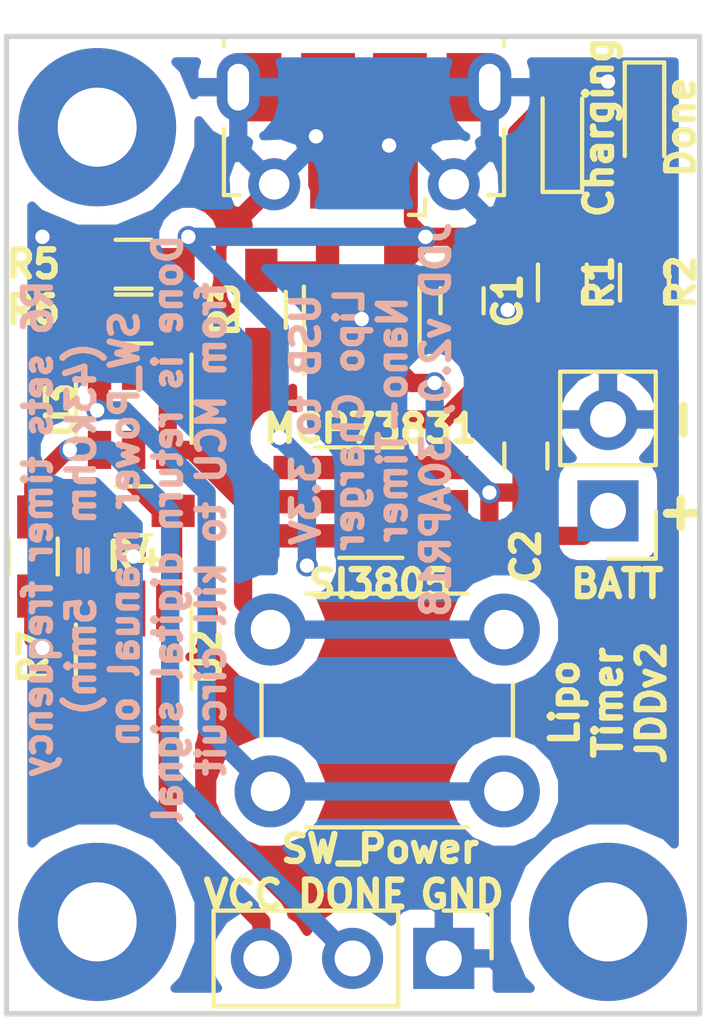
<source format=kicad_pcb>
(kicad_pcb (version 4) (host pcbnew 4.0.7)

  (general
    (links 51)
    (no_connects 0)
    (area 6.183143 12.339 43.092858 45.387619)
    (thickness 1.6)
    (drawings 12)
    (tracks 125)
    (zones 0)
    (modules 22)
    (nets 16)
  )

  (page A4)
  (layers
    (0 F.Cu signal)
    (31 B.Cu signal)
    (32 B.Adhes user)
    (33 F.Adhes user)
    (34 B.Paste user)
    (35 F.Paste user)
    (36 B.SilkS user)
    (37 F.SilkS user)
    (38 B.Mask user)
    (39 F.Mask user)
    (40 Dwgs.User user hide)
    (41 Cmts.User user hide)
    (42 Eco1.User user hide)
    (43 Eco2.User user hide)
    (44 Edge.Cuts user)
    (45 Margin user hide)
    (46 B.CrtYd user hide)
    (47 F.CrtYd user hide)
    (48 B.Fab user hide)
    (49 F.Fab user hide)
  )

  (setup
    (last_trace_width 0.381)
    (user_trace_width 0.254)
    (user_trace_width 0.381)
    (user_trace_width 0.508)
    (trace_clearance 0.2)
    (zone_clearance 0.508)
    (zone_45_only no)
    (trace_min 0.2)
    (segment_width 0.2)
    (edge_width 0.15)
    (via_size 0.6)
    (via_drill 0.4)
    (via_min_size 0.4)
    (via_min_drill 0.3)
    (uvia_size 0.3)
    (uvia_drill 0.1)
    (uvias_allowed no)
    (uvia_min_size 0.2)
    (uvia_min_drill 0.1)
    (pcb_text_width 0.3)
    (pcb_text_size 1.5 1.5)
    (mod_edge_width 0.15)
    (mod_text_size 0.75 0.75)
    (mod_text_width 0.18)
    (pad_size 1.7 1.7)
    (pad_drill 1)
    (pad_to_mask_clearance 0.2)
    (aux_axis_origin 0 0)
    (visible_elements 7FFEFF7F)
    (pcbplotparams
      (layerselection 0x010fc_80000001)
      (usegerberextensions true)
      (excludeedgelayer true)
      (linewidth 0.100000)
      (plotframeref false)
      (viasonmask false)
      (mode 1)
      (useauxorigin false)
      (hpglpennumber 1)
      (hpglpenspeed 20)
      (hpglpendiameter 15)
      (hpglpenoverlay 2)
      (psnegative false)
      (psa4output false)
      (plotreference true)
      (plotvalue true)
      (plotinvisibletext false)
      (padsonsilk false)
      (subtractmaskfromsilk false)
      (outputformat 1)
      (mirror false)
      (drillshape 0)
      (scaleselection 1)
      (outputdirectory "Charger PCB for PCBWay/"))
  )

  (net 0 "")
  (net 1 GND)
  (net 2 VBUS)
  (net 3 "Net-(C2-Pad1)")
  (net 4 "Net-(D1-Pad1)")
  (net 5 "Net-(D2-Pad2)")
  (net 6 "Net-(IC-Charger1-Pad1)")
  (net 7 "Net-(IC-Charger1-Pad5)")
  (net 8 VCC)
  (net 9 "Net-(R4-Pad1)")
  (net 10 "Net-(U1-Pad5)")
  (net 11 "Net-(U2-Pad4)")
  (net 12 /DONE)
  (net 13 "Net-(R4-Pad2)")
  (net 14 "Net-(R6-Pad2)")
  (net 15 "Net-(SW3-Pad1)")

  (net_class Default "This is the default net class."
    (clearance 0.2)
    (trace_width 0.25)
    (via_dia 0.6)
    (via_drill 0.4)
    (uvia_dia 0.3)
    (uvia_drill 0.1)
    (add_net /DONE)
    (add_net GND)
    (add_net "Net-(C2-Pad1)")
    (add_net "Net-(D1-Pad1)")
    (add_net "Net-(D2-Pad2)")
    (add_net "Net-(IC-Charger1-Pad1)")
    (add_net "Net-(IC-Charger1-Pad5)")
    (add_net "Net-(R4-Pad1)")
    (add_net "Net-(R4-Pad2)")
    (add_net "Net-(R6-Pad2)")
    (add_net "Net-(SW3-Pad1)")
    (add_net "Net-(U1-Pad5)")
    (add_net "Net-(U2-Pad4)")
    (add_net VBUS)
    (add_net VCC)
  )

  (module Mounting_Holes:MountingHole_2.2mm_M2_Pad locked (layer F.Cu) (tedit 5AA879F3) (tstamp 5AA94225)
    (at 17.526 17.526)
    (descr "Mounting Hole 2.2mm, M2")
    (tags "mounting hole 2.2mm m2")
    (attr virtual)
    (fp_text reference REF** (at 0 -3.2) (layer F.SilkS) hide
      (effects (font (size 0.75 0.75) (thickness 0.18)))
    )
    (fp_text value MountingHole_2.2mm_M2_Pad (at 0 3.2) (layer F.Fab) hide
      (effects (font (size 1 1) (thickness 0.15)))
    )
    (fp_text user %R (at 0.3 0) (layer F.Fab)
      (effects (font (size 1 1) (thickness 0.15)))
    )
    (fp_circle (center 0 0) (end 2.2 0) (layer Cmts.User) (width 0.15))
    (fp_circle (center 0 0) (end 2.45 0) (layer F.CrtYd) (width 0.05))
    (pad 1 thru_hole circle (at 0 0) (size 4.4 4.4) (drill 2.2) (layers *.Cu *.Mask))
  )

  (module Mounting_Holes:MountingHole_2.2mm_M2_Pad (layer F.Cu) (tedit 5AA879F3) (tstamp 5AA94217)
    (at 17.526 39.624)
    (descr "Mounting Hole 2.2mm, M2")
    (tags "mounting hole 2.2mm m2")
    (attr virtual)
    (fp_text reference REF** (at 0 -3.2) (layer F.SilkS) hide
      (effects (font (size 0.75 0.75) (thickness 0.18)))
    )
    (fp_text value MountingHole_2.2mm_M2_Pad (at 0 3.2) (layer F.Fab) hide
      (effects (font (size 1 1) (thickness 0.15)))
    )
    (fp_text user %R (at 0.3 0) (layer F.Fab)
      (effects (font (size 1 1) (thickness 0.15)))
    )
    (fp_circle (center 0 0) (end 2.2 0) (layer Cmts.User) (width 0.15))
    (fp_circle (center 0 0) (end 2.45 0) (layer F.CrtYd) (width 0.05))
    (pad 1 thru_hole circle (at 0 0) (size 4.4 4.4) (drill 2.2) (layers *.Cu *.Mask))
  )

  (module Mounting_Holes:MountingHole_2.2mm_M2_Pad (layer F.Cu) (tedit 5AA879F3) (tstamp 5AA94209)
    (at 31.75 39.624)
    (descr "Mounting Hole 2.2mm, M2")
    (tags "mounting hole 2.2mm m2")
    (attr virtual)
    (fp_text reference REF** (at 0 -3.2) (layer F.SilkS) hide
      (effects (font (size 0.75 0.75) (thickness 0.18)))
    )
    (fp_text value MountingHole_2.2mm_M2_Pad (at 0 3.2) (layer F.Fab) hide
      (effects (font (size 1 1) (thickness 0.15)))
    )
    (fp_text user %R (at 0.3 0) (layer F.Fab)
      (effects (font (size 1 1) (thickness 0.15)))
    )
    (fp_circle (center 0 0) (end 2.2 0) (layer Cmts.User) (width 0.15))
    (fp_circle (center 0 0) (end 2.45 0) (layer F.CrtYd) (width 0.05))
    (pad 1 thru_hole circle (at 0 0) (size 4.4 4.4) (drill 2.2) (layers *.Cu *.Mask))
  )

  (module Capacitors_SMD:C_0603_HandSoldering placed (layer F.Cu) (tedit 5AE7CC06) (tstamp 5AA5E635)
    (at 27.686 22.352 90)
    (descr "Capacitor SMD 0603, hand soldering")
    (tags "capacitor 0603")
    (path /5AA5F12A)
    (attr smd)
    (fp_text reference C1 (at 0 1.27 90) (layer F.SilkS)
      (effects (font (size 0.75 0.75) (thickness 0.18)))
    )
    (fp_text value 1uF (at 0 1.5 90) (layer F.Fab)
      (effects (font (size 1 1) (thickness 0.15)))
    )
    (fp_text user %R (at 0 1.524 90) (layer F.Fab)
      (effects (font (size 1 1) (thickness 0.15)))
    )
    (fp_line (start -0.8 0.4) (end -0.8 -0.4) (layer F.Fab) (width 0.1))
    (fp_line (start 0.8 0.4) (end -0.8 0.4) (layer F.Fab) (width 0.1))
    (fp_line (start 0.8 -0.4) (end 0.8 0.4) (layer F.Fab) (width 0.1))
    (fp_line (start -0.8 -0.4) (end 0.8 -0.4) (layer F.Fab) (width 0.1))
    (fp_line (start -0.35 -0.6) (end 0.35 -0.6) (layer F.SilkS) (width 0.12))
    (fp_line (start 0.35 0.6) (end -0.35 0.6) (layer F.SilkS) (width 0.12))
    (fp_line (start -1.8 -0.65) (end 1.8 -0.65) (layer F.CrtYd) (width 0.05))
    (fp_line (start -1.8 -0.65) (end -1.8 0.65) (layer F.CrtYd) (width 0.05))
    (fp_line (start 1.8 0.65) (end 1.8 -0.65) (layer F.CrtYd) (width 0.05))
    (fp_line (start 1.8 0.65) (end -1.8 0.65) (layer F.CrtYd) (width 0.05))
    (pad 1 smd rect (at -0.95 0 90) (size 1.2 0.75) (layers F.Cu F.Paste F.Mask)
      (net 1 GND))
    (pad 2 smd rect (at 0.95 0 90) (size 1.2 0.75) (layers F.Cu F.Paste F.Mask)
      (net 2 VBUS))
    (model Capacitors_SMD.3dshapes/C_0603.wrl
      (at (xyz 0 0 0))
      (scale (xyz 1 1 1))
      (rotate (xyz 0 0 0))
    )
  )

  (module Capacitors_SMD:C_0603_HandSoldering placed (layer F.Cu) (tedit 5AE7CB72) (tstamp 5AA5E63B)
    (at 29.464 26.67 90)
    (descr "Capacitor SMD 0603, hand soldering")
    (tags "capacitor 0603")
    (path /5AA5F12C)
    (attr smd)
    (fp_text reference C2 (at -2.794 0 90) (layer F.SilkS)
      (effects (font (size 0.75 0.75) (thickness 0.18)))
    )
    (fp_text value 1uF (at 0 1.5 90) (layer F.Fab)
      (effects (font (size 1 1) (thickness 0.15)))
    )
    (fp_text user %R (at 0 -1.25 90) (layer F.Fab)
      (effects (font (size 1 1) (thickness 0.15)))
    )
    (fp_line (start -0.8 0.4) (end -0.8 -0.4) (layer F.Fab) (width 0.1))
    (fp_line (start 0.8 0.4) (end -0.8 0.4) (layer F.Fab) (width 0.1))
    (fp_line (start 0.8 -0.4) (end 0.8 0.4) (layer F.Fab) (width 0.1))
    (fp_line (start -0.8 -0.4) (end 0.8 -0.4) (layer F.Fab) (width 0.1))
    (fp_line (start -0.35 -0.6) (end 0.35 -0.6) (layer F.SilkS) (width 0.12))
    (fp_line (start 0.35 0.6) (end -0.35 0.6) (layer F.SilkS) (width 0.12))
    (fp_line (start -1.8 -0.65) (end 1.8 -0.65) (layer F.CrtYd) (width 0.05))
    (fp_line (start -1.8 -0.65) (end -1.8 0.65) (layer F.CrtYd) (width 0.05))
    (fp_line (start 1.8 0.65) (end 1.8 -0.65) (layer F.CrtYd) (width 0.05))
    (fp_line (start 1.8 0.65) (end -1.8 0.65) (layer F.CrtYd) (width 0.05))
    (pad 1 smd rect (at -0.95 0 90) (size 1.2 0.75) (layers F.Cu F.Paste F.Mask)
      (net 3 "Net-(C2-Pad1)"))
    (pad 2 smd rect (at 0.95 0 90) (size 1.2 0.75) (layers F.Cu F.Paste F.Mask)
      (net 1 GND))
    (model Capacitors_SMD.3dshapes/C_0603.wrl
      (at (xyz 0 0 0))
      (scale (xyz 1 1 1))
      (rotate (xyz 0 0 0))
    )
  )

  (module LEDs:LED_0603_HandSoldering placed (layer F.Cu) (tedit 5AE7C8E4) (tstamp 5AA5E64D)
    (at 30.48 17.526 90)
    (descr "LED SMD 0603, hand soldering")
    (tags "LED 0603")
    (path /5AA5F13D)
    (attr smd)
    (fp_text reference Charging (at 0 1.016 90) (layer F.SilkS)
      (effects (font (size 0.75 0.75) (thickness 0.18)))
    )
    (fp_text value RED (at 0 1.55 90) (layer F.Fab)
      (effects (font (size 1 1) (thickness 0.15)))
    )
    (fp_line (start -1.8 -0.55) (end -1.8 0.55) (layer F.SilkS) (width 0.12))
    (fp_line (start -0.2 -0.2) (end -0.2 0.2) (layer F.Fab) (width 0.1))
    (fp_line (start -0.15 0) (end 0.15 -0.2) (layer F.Fab) (width 0.1))
    (fp_line (start 0.15 0.2) (end -0.15 0) (layer F.Fab) (width 0.1))
    (fp_line (start 0.15 -0.2) (end 0.15 0.2) (layer F.Fab) (width 0.1))
    (fp_line (start 0.8 0.4) (end -0.8 0.4) (layer F.Fab) (width 0.1))
    (fp_line (start 0.8 -0.4) (end 0.8 0.4) (layer F.Fab) (width 0.1))
    (fp_line (start -0.8 -0.4) (end 0.8 -0.4) (layer F.Fab) (width 0.1))
    (fp_line (start -1.8 0.55) (end 0.8 0.55) (layer F.SilkS) (width 0.12))
    (fp_line (start -1.8 -0.55) (end 0.8 -0.55) (layer F.SilkS) (width 0.12))
    (fp_line (start -1.96 -0.7) (end 1.95 -0.7) (layer F.CrtYd) (width 0.05))
    (fp_line (start -1.96 -0.7) (end -1.96 0.7) (layer F.CrtYd) (width 0.05))
    (fp_line (start 1.95 0.7) (end 1.95 -0.7) (layer F.CrtYd) (width 0.05))
    (fp_line (start 1.95 0.7) (end -1.96 0.7) (layer F.CrtYd) (width 0.05))
    (fp_line (start -0.8 -0.4) (end -0.8 0.4) (layer F.Fab) (width 0.1))
    (pad 1 smd rect (at -1.1 0 90) (size 1.2 0.9) (layers F.Cu F.Paste F.Mask)
      (net 4 "Net-(D1-Pad1)"))
    (pad 2 smd rect (at 1.1 0 90) (size 1.2 0.9) (layers F.Cu F.Paste F.Mask)
      (net 2 VBUS))
    (model ${KISYS3DMOD}/LEDs.3dshapes/LED_0603.wrl
      (at (xyz 0 0 0))
      (scale (xyz 1 1 1))
      (rotate (xyz 0 0 180))
    )
  )

  (module LEDs:LED_0603_HandSoldering placed (layer F.Cu) (tedit 5AE7C8E9) (tstamp 5AA5E653)
    (at 32.766 17.526 270)
    (descr "LED SMD 0603, hand soldering")
    (tags "LED 0603")
    (path /5AA5F13C)
    (attr smd)
    (fp_text reference Done (at 0 -1.016 270) (layer F.SilkS)
      (effects (font (size 0.75 0.75) (thickness 0.18)))
    )
    (fp_text value GREEN (at 0 1.55 270) (layer F.Fab)
      (effects (font (size 1 1) (thickness 0.15)))
    )
    (fp_line (start -1.8 -0.55) (end -1.8 0.55) (layer F.SilkS) (width 0.12))
    (fp_line (start -0.2 -0.2) (end -0.2 0.2) (layer F.Fab) (width 0.1))
    (fp_line (start -0.15 0) (end 0.15 -0.2) (layer F.Fab) (width 0.1))
    (fp_line (start 0.15 0.2) (end -0.15 0) (layer F.Fab) (width 0.1))
    (fp_line (start 0.15 -0.2) (end 0.15 0.2) (layer F.Fab) (width 0.1))
    (fp_line (start 0.8 0.4) (end -0.8 0.4) (layer F.Fab) (width 0.1))
    (fp_line (start 0.8 -0.4) (end 0.8 0.4) (layer F.Fab) (width 0.1))
    (fp_line (start -0.8 -0.4) (end 0.8 -0.4) (layer F.Fab) (width 0.1))
    (fp_line (start -1.8 0.55) (end 0.8 0.55) (layer F.SilkS) (width 0.12))
    (fp_line (start -1.8 -0.55) (end 0.8 -0.55) (layer F.SilkS) (width 0.12))
    (fp_line (start -1.96 -0.7) (end 1.95 -0.7) (layer F.CrtYd) (width 0.05))
    (fp_line (start -1.96 -0.7) (end -1.96 0.7) (layer F.CrtYd) (width 0.05))
    (fp_line (start 1.95 0.7) (end 1.95 -0.7) (layer F.CrtYd) (width 0.05))
    (fp_line (start 1.95 0.7) (end -1.96 0.7) (layer F.CrtYd) (width 0.05))
    (fp_line (start -0.8 -0.4) (end -0.8 0.4) (layer F.Fab) (width 0.1))
    (pad 1 smd rect (at -1.1 0 270) (size 1.2 0.9) (layers F.Cu F.Paste F.Mask)
      (net 1 GND))
    (pad 2 smd rect (at 1.1 0 270) (size 1.2 0.9) (layers F.Cu F.Paste F.Mask)
      (net 5 "Net-(D2-Pad2)"))
    (model ${KISYS3DMOD}/LEDs.3dshapes/LED_0603.wrl
      (at (xyz 0 0 0))
      (scale (xyz 1 1 1))
      (rotate (xyz 0 0 180))
    )
  )

  (module TO_SOT_Packages_SMD:SOT-23-5_HandSoldering placed (layer F.Cu) (tedit 5AE7CB7B) (tstamp 5AA5E65C)
    (at 24.892 22.86 90)
    (descr "5-pin SOT23 package")
    (tags "SOT-23-5 hand-soldering")
    (path /5AA5F129)
    (attr smd)
    (fp_text reference MCP73831 (at -3.048 0.254 180) (layer F.SilkS)
      (effects (font (size 0.75 0.75) (thickness 0.18)))
    )
    (fp_text value MCP73831_SOT23-5 (at 0 2.9 90) (layer F.Fab)
      (effects (font (size 1 1) (thickness 0.15)))
    )
    (fp_text user %R (at 0 0 180) (layer F.Fab)
      (effects (font (size 0.5 0.5) (thickness 0.075)))
    )
    (fp_line (start -0.9 1.61) (end 0.9 1.61) (layer F.SilkS) (width 0.12))
    (fp_line (start 0.9 -1.61) (end -1.55 -1.61) (layer F.SilkS) (width 0.12))
    (fp_line (start -0.9 -0.9) (end -0.25 -1.55) (layer F.Fab) (width 0.1))
    (fp_line (start 0.9 -1.55) (end -0.25 -1.55) (layer F.Fab) (width 0.1))
    (fp_line (start -0.9 -0.9) (end -0.9 1.55) (layer F.Fab) (width 0.1))
    (fp_line (start 0.9 1.55) (end -0.9 1.55) (layer F.Fab) (width 0.1))
    (fp_line (start 0.9 -1.55) (end 0.9 1.55) (layer F.Fab) (width 0.1))
    (fp_line (start -2.38 -1.8) (end 2.38 -1.8) (layer F.CrtYd) (width 0.05))
    (fp_line (start -2.38 -1.8) (end -2.38 1.8) (layer F.CrtYd) (width 0.05))
    (fp_line (start 2.38 1.8) (end 2.38 -1.8) (layer F.CrtYd) (width 0.05))
    (fp_line (start 2.38 1.8) (end -2.38 1.8) (layer F.CrtYd) (width 0.05))
    (pad 1 smd rect (at -1.35 -0.95 90) (size 1.56 0.65) (layers F.Cu F.Paste F.Mask)
      (net 6 "Net-(IC-Charger1-Pad1)"))
    (pad 2 smd rect (at -1.35 0 90) (size 1.56 0.65) (layers F.Cu F.Paste F.Mask)
      (net 1 GND))
    (pad 3 smd rect (at -1.35 0.95 90) (size 1.56 0.65) (layers F.Cu F.Paste F.Mask)
      (net 3 "Net-(C2-Pad1)"))
    (pad 4 smd rect (at 1.35 0.95 90) (size 1.56 0.65) (layers F.Cu F.Paste F.Mask)
      (net 2 VBUS))
    (pad 5 smd rect (at 1.35 -0.95 90) (size 1.56 0.65) (layers F.Cu F.Paste F.Mask)
      (net 7 "Net-(IC-Charger1-Pad5)"))
    (model ${KISYS3DMOD}/TO_SOT_Packages_SMD.3dshapes\SOT-23-5.wrl
      (at (xyz 0 0 0))
      (scale (xyz 1 1 1))
      (rotate (xyz 0 0 0))
    )
  )

  (module Connectors_USB:USB_Micro-B_Molex-105017-0001 (layer F.Cu) (tedit 5AE7AAEC) (tstamp 5AA5E685)
    (at 24.956 16.764 180)
    (descr http://www.molex.com/pdm_docs/sd/1050170001_sd.pdf)
    (tags "Micro-USB SMD Typ-B")
    (path /5AA5F13A)
    (attr smd)
    (fp_text reference J1 (at 0 -4 180) (layer F.SilkS) hide
      (effects (font (size 0.75 0.75) (thickness 0.18)))
    )
    (fp_text value USB_OTG (at 0.3 3.45 180) (layer F.Fab)
      (effects (font (size 1 1) (thickness 0.15)))
    )
    (fp_line (start -4.4 2.75) (end 4.4 2.75) (layer F.CrtYd) (width 0.05))
    (fp_line (start 4.4 -3.35) (end 4.4 2.75) (layer F.CrtYd) (width 0.05))
    (fp_line (start -4.4 -3.35) (end 4.4 -3.35) (layer F.CrtYd) (width 0.05))
    (fp_line (start -4.4 2.75) (end -4.4 -3.35) (layer F.CrtYd) (width 0.05))
    (fp_text user "PCB Edge" (at 0 1.8 180) (layer Dwgs.User)
      (effects (font (size 0.5 0.5) (thickness 0.08)))
    )
    (fp_line (start -3.9 -2.65) (end -3.45 -2.65) (layer F.SilkS) (width 0.12))
    (fp_line (start -3.9 -0.8) (end -3.9 -2.65) (layer F.SilkS) (width 0.12))
    (fp_line (start 3.9 1.75) (end 3.9 1.5) (layer F.SilkS) (width 0.12))
    (fp_line (start 3.75 2.5) (end 3.75 -2.5) (layer F.Fab) (width 0.1))
    (fp_line (start -3 1.801704) (end 3 1.801704) (layer F.Fab) (width 0.1))
    (fp_line (start -3.75 2.501704) (end 3.75 2.501704) (layer F.Fab) (width 0.1))
    (fp_line (start -3.75 -2.5) (end 3.75 -2.5) (layer F.Fab) (width 0.1))
    (fp_line (start -3.75 2.5) (end -3.75 -2.5) (layer F.Fab) (width 0.1))
    (fp_line (start -3.9 1.75) (end -3.9 1.5) (layer F.SilkS) (width 0.12))
    (fp_line (start 3.9 -0.8) (end 3.9 -2.65) (layer F.SilkS) (width 0.12))
    (fp_line (start 3.9 -2.65) (end 3.45 -2.65) (layer F.SilkS) (width 0.12))
    (fp_text user %R (at 0 0 180) (layer F.Fab)
      (effects (font (size 1 1) (thickness 0.15)))
    )
    (fp_line (start -1.7 -3.2) (end -1.25 -3.2) (layer F.SilkS) (width 0.12))
    (fp_line (start -1.7 -3.2) (end -1.7 -2.75) (layer F.SilkS) (width 0.12))
    (fp_line (start -1.3 -2.6) (end -1.5 -2.8) (layer F.Fab) (width 0.1))
    (fp_line (start -1.1 -2.8) (end -1.3 -2.6) (layer F.Fab) (width 0.1))
    (fp_line (start -1.5 -3.01) (end -1.1 -3.01) (layer F.Fab) (width 0.1))
    (fp_line (start -1.5 -3.01) (end -1.5 -2.8) (layer F.Fab) (width 0.1))
    (fp_line (start -1.1 -3.01) (end -1.1 -2.8) (layer F.Fab) (width 0.1))
    (pad 6 smd rect (at 1 0.35 180) (size 1.5 1.9) (layers F.Cu F.Paste F.Mask)
      (net 1 GND))
    (pad 6 thru_hole circle (at -2.5 -2.35 180) (size 1.45 1.45) (drill 0.85) (layers *.Cu *.Mask)
      (net 1 GND))
    (pad 2 smd rect (at -0.65 -2.35 180) (size 0.4 1.35) (layers F.Cu F.Paste F.Mask)
      (net 1 GND))
    (pad 1 smd rect (at -1.3 -2.35 180) (size 0.4 1.35) (layers F.Cu F.Paste F.Mask)
      (net 2 VBUS))
    (pad 5 smd rect (at 1.3 -2.35 180) (size 0.4 1.35) (layers F.Cu F.Paste F.Mask)
      (net 1 GND))
    (pad 4 smd rect (at 0.65 -2.35 180) (size 0.4 1.35) (layers F.Cu F.Paste F.Mask)
      (net 1 GND))
    (pad 3 smd rect (at 0 -2.35 180) (size 0.4 1.35) (layers F.Cu F.Paste F.Mask)
      (net 1 GND))
    (pad 6 thru_hole circle (at 2.5 -2.35 180) (size 1.45 1.45) (drill 0.85) (layers *.Cu *.Mask)
      (net 1 GND))
    (pad 6 smd rect (at -1 0.35 180) (size 1.5 1.9) (layers F.Cu F.Paste F.Mask)
      (net 1 GND))
    (pad 6 thru_hole oval (at -3.5 0.35) (size 1.2 1.9) (drill oval 0.6 1.3) (layers *.Cu *.Mask)
      (net 1 GND))
    (pad 6 thru_hole oval (at 3.5 0.35 180) (size 1.2 1.9) (drill oval 0.6 1.3) (layers *.Cu *.Mask)
      (net 1 GND))
    (pad 6 smd rect (at 2.9 0.35 180) (size 1.2 1.9) (layers F.Cu F.Mask)
      (net 1 GND))
    (pad 6 smd rect (at -2.9 0.35 180) (size 1.2 1.9) (layers F.Cu F.Mask)
      (net 1 GND))
    (model ${KISYS3DMOD}/Connectors_USB.3dshapes/USB_Micro-B_Molex-105017-0001.wrl
      (at (xyz 0 0 0))
      (scale (xyz 1 1 1))
      (rotate (xyz 0 0 0))
    )
  )

  (module Resistors_SMD:R_0603_HandSoldering placed (layer F.Cu) (tedit 5AE7AB9C) (tstamp 5AA5E6C3)
    (at 30.48 21.844 90)
    (descr "Resistor SMD 0603, hand soldering")
    (tags "resistor 0603")
    (path /5AA5F13F)
    (attr smd)
    (fp_text reference R1 (at 0 1.016 90) (layer F.SilkS)
      (effects (font (size 0.75 0.75) (thickness 0.18)))
    )
    (fp_text value 470 (at 0 1.55 90) (layer F.Fab)
      (effects (font (size 1 1) (thickness 0.15)))
    )
    (fp_text user %R (at 0 0 90) (layer F.Fab)
      (effects (font (size 0.4 0.4) (thickness 0.075)))
    )
    (fp_line (start -0.8 0.4) (end -0.8 -0.4) (layer F.Fab) (width 0.1))
    (fp_line (start 0.8 0.4) (end -0.8 0.4) (layer F.Fab) (width 0.1))
    (fp_line (start 0.8 -0.4) (end 0.8 0.4) (layer F.Fab) (width 0.1))
    (fp_line (start -0.8 -0.4) (end 0.8 -0.4) (layer F.Fab) (width 0.1))
    (fp_line (start 0.5 0.68) (end -0.5 0.68) (layer F.SilkS) (width 0.12))
    (fp_line (start -0.5 -0.68) (end 0.5 -0.68) (layer F.SilkS) (width 0.12))
    (fp_line (start -1.96 -0.7) (end 1.95 -0.7) (layer F.CrtYd) (width 0.05))
    (fp_line (start -1.96 -0.7) (end -1.96 0.7) (layer F.CrtYd) (width 0.05))
    (fp_line (start 1.95 0.7) (end 1.95 -0.7) (layer F.CrtYd) (width 0.05))
    (fp_line (start 1.95 0.7) (end -1.96 0.7) (layer F.CrtYd) (width 0.05))
    (pad 1 smd rect (at -1.1 0 90) (size 1.2 0.9) (layers F.Cu F.Paste F.Mask)
      (net 6 "Net-(IC-Charger1-Pad1)"))
    (pad 2 smd rect (at 1.1 0 90) (size 1.2 0.9) (layers F.Cu F.Paste F.Mask)
      (net 4 "Net-(D1-Pad1)"))
    (model ${KISYS3DMOD}/Resistors_SMD.3dshapes/R_0603.wrl
      (at (xyz 0 0 0))
      (scale (xyz 1 1 1))
      (rotate (xyz 0 0 0))
    )
  )

  (module Resistors_SMD:R_0603_HandSoldering placed (layer F.Cu) (tedit 5AE7AB98) (tstamp 5AA5E6C9)
    (at 32.766 21.844 90)
    (descr "Resistor SMD 0603, hand soldering")
    (tags "resistor 0603")
    (path /5AA5F13E)
    (attr smd)
    (fp_text reference R2 (at 0 1.016 90) (layer F.SilkS)
      (effects (font (size 0.75 0.75) (thickness 0.18)))
    )
    (fp_text value 470 (at 0 1.55 90) (layer F.Fab)
      (effects (font (size 1 1) (thickness 0.15)))
    )
    (fp_text user %R (at 0 0 90) (layer F.Fab)
      (effects (font (size 0.4 0.4) (thickness 0.075)))
    )
    (fp_line (start -0.8 0.4) (end -0.8 -0.4) (layer F.Fab) (width 0.1))
    (fp_line (start 0.8 0.4) (end -0.8 0.4) (layer F.Fab) (width 0.1))
    (fp_line (start 0.8 -0.4) (end 0.8 0.4) (layer F.Fab) (width 0.1))
    (fp_line (start -0.8 -0.4) (end 0.8 -0.4) (layer F.Fab) (width 0.1))
    (fp_line (start 0.5 0.68) (end -0.5 0.68) (layer F.SilkS) (width 0.12))
    (fp_line (start -0.5 -0.68) (end 0.5 -0.68) (layer F.SilkS) (width 0.12))
    (fp_line (start -1.96 -0.7) (end 1.95 -0.7) (layer F.CrtYd) (width 0.05))
    (fp_line (start -1.96 -0.7) (end -1.96 0.7) (layer F.CrtYd) (width 0.05))
    (fp_line (start 1.95 0.7) (end 1.95 -0.7) (layer F.CrtYd) (width 0.05))
    (fp_line (start 1.95 0.7) (end -1.96 0.7) (layer F.CrtYd) (width 0.05))
    (pad 1 smd rect (at -1.1 0 90) (size 1.2 0.9) (layers F.Cu F.Paste F.Mask)
      (net 6 "Net-(IC-Charger1-Pad1)"))
    (pad 2 smd rect (at 1.1 0 90) (size 1.2 0.9) (layers F.Cu F.Paste F.Mask)
      (net 5 "Net-(D2-Pad2)"))
    (model ${KISYS3DMOD}/Resistors_SMD.3dshapes/R_0603.wrl
      (at (xyz 0 0 0))
      (scale (xyz 1 1 1))
      (rotate (xyz 0 0 0))
    )
  )

  (module Resistors_SMD:R_0603_HandSoldering placed (layer F.Cu) (tedit 5AE7AB2F) (tstamp 5AA5E6CF)
    (at 22.098 22.606 90)
    (descr "Resistor SMD 0603, hand soldering")
    (tags "resistor 0603")
    (path /5AA5F143)
    (attr smd)
    (fp_text reference R3 (at 0 -1.016 90) (layer F.SilkS)
      (effects (font (size 0.75 0.75) (thickness 0.18)))
    )
    (fp_text value 2k (at 0 1.55 90) (layer F.Fab)
      (effects (font (size 1 1) (thickness 0.15)))
    )
    (fp_text user %R (at 0 0 90) (layer F.Fab)
      (effects (font (size 0.4 0.4) (thickness 0.075)))
    )
    (fp_line (start -0.8 0.4) (end -0.8 -0.4) (layer F.Fab) (width 0.1))
    (fp_line (start 0.8 0.4) (end -0.8 0.4) (layer F.Fab) (width 0.1))
    (fp_line (start 0.8 -0.4) (end 0.8 0.4) (layer F.Fab) (width 0.1))
    (fp_line (start -0.8 -0.4) (end 0.8 -0.4) (layer F.Fab) (width 0.1))
    (fp_line (start 0.5 0.68) (end -0.5 0.68) (layer F.SilkS) (width 0.12))
    (fp_line (start -0.5 -0.68) (end 0.5 -0.68) (layer F.SilkS) (width 0.12))
    (fp_line (start -1.96 -0.7) (end 1.95 -0.7) (layer F.CrtYd) (width 0.05))
    (fp_line (start -1.96 -0.7) (end -1.96 0.7) (layer F.CrtYd) (width 0.05))
    (fp_line (start 1.95 0.7) (end 1.95 -0.7) (layer F.CrtYd) (width 0.05))
    (fp_line (start 1.95 0.7) (end -1.96 0.7) (layer F.CrtYd) (width 0.05))
    (pad 1 smd rect (at -1.1 0 90) (size 1.2 0.9) (layers F.Cu F.Paste F.Mask)
      (net 1 GND))
    (pad 2 smd rect (at 1.1 0 90) (size 1.2 0.9) (layers F.Cu F.Paste F.Mask)
      (net 7 "Net-(IC-Charger1-Pad5)"))
    (model ${KISYS3DMOD}/Resistors_SMD.3dshapes/R_0603.wrl
      (at (xyz 0 0 0))
      (scale (xyz 1 1 1))
      (rotate (xyz 0 0 0))
    )
  )

  (module Resistors_SMD:R_0603_HandSoldering placed (layer F.Cu) (tedit 5AE7AF4B) (tstamp 5AA5E6D5)
    (at 18.542 28.194)
    (descr "Resistor SMD 0603, hand soldering")
    (tags "resistor 0603")
    (path /5AA5F127)
    (attr smd)
    (fp_text reference R4 (at 0 1.27) (layer F.SilkS)
      (effects (font (size 0.75 0.75) (thickness 0.18)))
    )
    (fp_text value 10k (at 0 1.55) (layer F.Fab)
      (effects (font (size 1 1) (thickness 0.15)))
    )
    (fp_text user %R (at 0 0) (layer F.Fab)
      (effects (font (size 0.4 0.4) (thickness 0.075)))
    )
    (fp_line (start -0.8 0.4) (end -0.8 -0.4) (layer F.Fab) (width 0.1))
    (fp_line (start 0.8 0.4) (end -0.8 0.4) (layer F.Fab) (width 0.1))
    (fp_line (start 0.8 -0.4) (end 0.8 0.4) (layer F.Fab) (width 0.1))
    (fp_line (start -0.8 -0.4) (end 0.8 -0.4) (layer F.Fab) (width 0.1))
    (fp_line (start 0.5 0.68) (end -0.5 0.68) (layer F.SilkS) (width 0.12))
    (fp_line (start -0.5 -0.68) (end 0.5 -0.68) (layer F.SilkS) (width 0.12))
    (fp_line (start -1.96 -0.7) (end 1.95 -0.7) (layer F.CrtYd) (width 0.05))
    (fp_line (start -1.96 -0.7) (end -1.96 0.7) (layer F.CrtYd) (width 0.05))
    (fp_line (start 1.95 0.7) (end 1.95 -0.7) (layer F.CrtYd) (width 0.05))
    (fp_line (start 1.95 0.7) (end -1.96 0.7) (layer F.CrtYd) (width 0.05))
    (pad 1 smd rect (at -1.1 0) (size 1.2 0.9) (layers F.Cu F.Paste F.Mask)
      (net 9 "Net-(R4-Pad1)"))
    (pad 2 smd rect (at 1.1 0) (size 1.2 0.9) (layers F.Cu F.Paste F.Mask)
      (net 13 "Net-(R4-Pad2)"))
    (model ${KISYS3DMOD}/Resistors_SMD.3dshapes/R_0603.wrl
      (at (xyz 0 0 0))
      (scale (xyz 1 1 1))
      (rotate (xyz 0 0 0))
    )
  )

  (module Resistors_SMD:R_0603_HandSoldering placed (layer F.Cu) (tedit 5AE7CBF8) (tstamp 5AA5E6DB)
    (at 18.542 21.336 180)
    (descr "Resistor SMD 0603, hand soldering")
    (tags "resistor 0603")
    (path /5AA5F153)
    (attr smd)
    (fp_text reference R5 (at 2.794 0 180) (layer F.SilkS)
      (effects (font (size 0.75 0.75) (thickness 0.18)))
    )
    (fp_text value 100k (at 0 1.55 180) (layer F.Fab)
      (effects (font (size 1 1) (thickness 0.15)))
    )
    (fp_text user %R (at 0 0 180) (layer F.Fab)
      (effects (font (size 0.4 0.4) (thickness 0.075)))
    )
    (fp_line (start -0.8 0.4) (end -0.8 -0.4) (layer F.Fab) (width 0.1))
    (fp_line (start 0.8 0.4) (end -0.8 0.4) (layer F.Fab) (width 0.1))
    (fp_line (start 0.8 -0.4) (end 0.8 0.4) (layer F.Fab) (width 0.1))
    (fp_line (start -0.8 -0.4) (end 0.8 -0.4) (layer F.Fab) (width 0.1))
    (fp_line (start 0.5 0.68) (end -0.5 0.68) (layer F.SilkS) (width 0.12))
    (fp_line (start -0.5 -0.68) (end 0.5 -0.68) (layer F.SilkS) (width 0.12))
    (fp_line (start -1.96 -0.7) (end 1.95 -0.7) (layer F.CrtYd) (width 0.05))
    (fp_line (start -1.96 -0.7) (end -1.96 0.7) (layer F.CrtYd) (width 0.05))
    (fp_line (start 1.95 0.7) (end 1.95 -0.7) (layer F.CrtYd) (width 0.05))
    (fp_line (start 1.95 0.7) (end -1.96 0.7) (layer F.CrtYd) (width 0.05))
    (pad 1 smd rect (at -1.1 0 180) (size 1.2 0.9) (layers F.Cu F.Paste F.Mask)
      (net 2 VBUS))
    (pad 2 smd rect (at 1.1 0 180) (size 1.2 0.9) (layers F.Cu F.Paste F.Mask)
      (net 1 GND))
    (model ${KISYS3DMOD}/Resistors_SMD.3dshapes/R_0603.wrl
      (at (xyz 0 0 0))
      (scale (xyz 1 1 1))
      (rotate (xyz 0 0 0))
    )
  )

  (module Resistors_SMD:R_0603_HandSoldering placed (layer F.Cu) (tedit 5AE7CBFD) (tstamp 5AA5E6E1)
    (at 18.542 22.86 180)
    (descr "Resistor SMD 0603, hand soldering")
    (tags "resistor 0603")
    (path /5AE68762)
    (attr smd)
    (fp_text reference R6 (at 2.794 0.254 180) (layer F.SilkS)
      (effects (font (size 0.75 0.75) (thickness 0.18)))
    )
    (fp_text value 43k (at 0 1.55 180) (layer F.Fab)
      (effects (font (size 1 1) (thickness 0.15)))
    )
    (fp_text user %R (at 0 0 180) (layer F.Fab)
      (effects (font (size 0.4 0.4) (thickness 0.075)))
    )
    (fp_line (start -0.8 0.4) (end -0.8 -0.4) (layer F.Fab) (width 0.1))
    (fp_line (start 0.8 0.4) (end -0.8 0.4) (layer F.Fab) (width 0.1))
    (fp_line (start 0.8 -0.4) (end 0.8 0.4) (layer F.Fab) (width 0.1))
    (fp_line (start -0.8 -0.4) (end 0.8 -0.4) (layer F.Fab) (width 0.1))
    (fp_line (start 0.5 0.68) (end -0.5 0.68) (layer F.SilkS) (width 0.12))
    (fp_line (start -0.5 -0.68) (end 0.5 -0.68) (layer F.SilkS) (width 0.12))
    (fp_line (start -1.96 -0.7) (end 1.95 -0.7) (layer F.CrtYd) (width 0.05))
    (fp_line (start -1.96 -0.7) (end -1.96 0.7) (layer F.CrtYd) (width 0.05))
    (fp_line (start 1.95 0.7) (end 1.95 -0.7) (layer F.CrtYd) (width 0.05))
    (fp_line (start 1.95 0.7) (end -1.96 0.7) (layer F.CrtYd) (width 0.05))
    (pad 1 smd rect (at -1.1 0 180) (size 1.2 0.9) (layers F.Cu F.Paste F.Mask)
      (net 1 GND))
    (pad 2 smd rect (at 1.1 0 180) (size 1.2 0.9) (layers F.Cu F.Paste F.Mask)
      (net 14 "Net-(R6-Pad2)"))
    (model ${KISYS3DMOD}/Resistors_SMD.3dshapes/R_0603.wrl
      (at (xyz 0 0 0))
      (scale (xyz 1 1 1))
      (rotate (xyz 0 0 0))
    )
  )

  (module Resistors_SMD:R_0603_HandSoldering placed (layer F.Cu) (tedit 5AE7CB8E) (tstamp 5AA5E6E7)
    (at 15.748 29.464 90)
    (descr "Resistor SMD 0603, hand soldering")
    (tags "resistor 0603")
    (path /5AE696B8)
    (attr smd)
    (fp_text reference R7 (at -2.794 0 90) (layer F.SilkS)
      (effects (font (size 0.75 0.75) (thickness 0.18)))
    )
    (fp_text value 10k (at 0 1.55 90) (layer F.Fab)
      (effects (font (size 1 1) (thickness 0.15)))
    )
    (fp_text user %R (at 0 0 90) (layer F.Fab)
      (effects (font (size 0.4 0.4) (thickness 0.075)))
    )
    (fp_line (start -0.8 0.4) (end -0.8 -0.4) (layer F.Fab) (width 0.1))
    (fp_line (start 0.8 0.4) (end -0.8 0.4) (layer F.Fab) (width 0.1))
    (fp_line (start 0.8 -0.4) (end 0.8 0.4) (layer F.Fab) (width 0.1))
    (fp_line (start -0.8 -0.4) (end 0.8 -0.4) (layer F.Fab) (width 0.1))
    (fp_line (start 0.5 0.68) (end -0.5 0.68) (layer F.SilkS) (width 0.12))
    (fp_line (start -0.5 -0.68) (end 0.5 -0.68) (layer F.SilkS) (width 0.12))
    (fp_line (start -1.96 -0.7) (end 1.95 -0.7) (layer F.CrtYd) (width 0.05))
    (fp_line (start -1.96 -0.7) (end -1.96 0.7) (layer F.CrtYd) (width 0.05))
    (fp_line (start 1.95 0.7) (end 1.95 -0.7) (layer F.CrtYd) (width 0.05))
    (fp_line (start 1.95 0.7) (end -1.96 0.7) (layer F.CrtYd) (width 0.05))
    (pad 1 smd rect (at -1.1 0 90) (size 1.2 0.9) (layers F.Cu F.Paste F.Mask)
      (net 1 GND))
    (pad 2 smd rect (at 1.1 0 90) (size 1.2 0.9) (layers F.Cu F.Paste F.Mask)
      (net 12 /DONE))
    (model ${KISYS3DMOD}/Resistors_SMD.3dshapes/R_0603.wrl
      (at (xyz 0 0 0))
      (scale (xyz 1 1 1))
      (rotate (xyz 0 0 0))
    )
  )

  (module TO_SOT_Packages_SMD:TSOT-23-6_HandSoldering placed (layer F.Cu) (tedit 5AE7CB82) (tstamp 5AA5E6F1)
    (at 25.146 27.94)
    (descr "6-pin TSOT23 package, http://cds.linear.com/docs/en/packaging/SOT_6_05-08-1636.pdf")
    (tags "TSOT-23-6 MK06A TSOT-6 Hand-soldering")
    (path /5AA5F152)
    (attr smd)
    (fp_text reference SI3805 (at 0.254 2.286) (layer F.SilkS)
      (effects (font (size 0.75 0.75) (thickness 0.18)))
    )
    (fp_text value SI3805 (at 0 2.5) (layer F.Fab)
      (effects (font (size 1 1) (thickness 0.15)))
    )
    (fp_text user %R (at 0 0 90) (layer F.Fab)
      (effects (font (size 0.5 0.5) (thickness 0.075)))
    )
    (fp_line (start -0.88 1.56) (end 0.88 1.56) (layer F.SilkS) (width 0.12))
    (fp_line (start 0.88 -1.51) (end -1.55 -1.51) (layer F.SilkS) (width 0.12))
    (fp_line (start -0.88 -1) (end -0.43 -1.45) (layer F.Fab) (width 0.1))
    (fp_line (start 0.88 -1.45) (end -0.43 -1.45) (layer F.Fab) (width 0.1))
    (fp_line (start -0.88 -1) (end -0.88 1.45) (layer F.Fab) (width 0.1))
    (fp_line (start 0.88 1.45) (end -0.88 1.45) (layer F.Fab) (width 0.1))
    (fp_line (start 0.88 -1.45) (end 0.88 1.45) (layer F.Fab) (width 0.1))
    (fp_line (start -2.96 -1.7) (end 2.96 -1.7) (layer F.CrtYd) (width 0.05))
    (fp_line (start -2.96 -1.7) (end -2.96 1.7) (layer F.CrtYd) (width 0.05))
    (fp_line (start 2.96 1.7) (end 2.96 -1.7) (layer F.CrtYd) (width 0.05))
    (fp_line (start 2.96 1.7) (end -2.96 1.7) (layer F.CrtYd) (width 0.05))
    (pad 1 smd rect (at -1.71 -0.95) (size 2 0.65) (layers F.Cu F.Paste F.Mask)
      (net 2 VBUS))
    (pad 2 smd rect (at -1.71 0) (size 2 0.65) (layers F.Cu F.Paste F.Mask)
      (net 15 "Net-(SW3-Pad1)"))
    (pad 3 smd rect (at -1.71 0.95) (size 2 0.65) (layers F.Cu F.Paste F.Mask)
      (net 2 VBUS))
    (pad 4 smd rect (at 1.71 0.95) (size 2 0.65) (layers F.Cu F.Paste F.Mask)
      (net 3 "Net-(C2-Pad1)"))
    (pad 5 smd rect (at 1.71 0) (size 2 0.65) (layers F.Cu F.Paste F.Mask)
      (net 10 "Net-(U1-Pad5)"))
    (pad 6 smd rect (at 1.71 -0.95) (size 2 0.65) (layers F.Cu F.Paste F.Mask)
      (net 15 "Net-(SW3-Pad1)"))
    (model ${KISYS3DMOD}/TO_SOT_Packages_SMD.3dshapes/TSOT-23-6.wrl
      (at (xyz 0 0 0))
      (scale (xyz 1 1 1))
      (rotate (xyz 0 0 0))
    )
  )

  (module TO_SOT_Packages_SMD:SOT-23-5_HandSoldering placed (layer F.Cu) (tedit 5AE7CBB8) (tstamp 5AA5E6FA)
    (at 18.542 32.258 270)
    (descr "5-pin SOT23 package")
    (tags "SOT-23-5 hand-soldering")
    (path /5AA5F123)
    (attr smd)
    (fp_text reference U2 (at 0 -2.032 270) (layer F.SilkS)
      (effects (font (size 0.75 0.75) (thickness 0.18)))
    )
    (fp_text value AP2112K-3.3 (at 0 2.9 270) (layer F.Fab)
      (effects (font (size 1 1) (thickness 0.15)))
    )
    (fp_text user %R (at 0 0 360) (layer F.Fab)
      (effects (font (size 0.5 0.5) (thickness 0.075)))
    )
    (fp_line (start -0.9 1.61) (end 0.9 1.61) (layer F.SilkS) (width 0.12))
    (fp_line (start 0.9 -1.61) (end -1.55 -1.61) (layer F.SilkS) (width 0.12))
    (fp_line (start -0.9 -0.9) (end -0.25 -1.55) (layer F.Fab) (width 0.1))
    (fp_line (start 0.9 -1.55) (end -0.25 -1.55) (layer F.Fab) (width 0.1))
    (fp_line (start -0.9 -0.9) (end -0.9 1.55) (layer F.Fab) (width 0.1))
    (fp_line (start 0.9 1.55) (end -0.9 1.55) (layer F.Fab) (width 0.1))
    (fp_line (start 0.9 -1.55) (end 0.9 1.55) (layer F.Fab) (width 0.1))
    (fp_line (start -2.38 -1.8) (end 2.38 -1.8) (layer F.CrtYd) (width 0.05))
    (fp_line (start -2.38 -1.8) (end -2.38 1.8) (layer F.CrtYd) (width 0.05))
    (fp_line (start 2.38 1.8) (end 2.38 -1.8) (layer F.CrtYd) (width 0.05))
    (fp_line (start 2.38 1.8) (end -2.38 1.8) (layer F.CrtYd) (width 0.05))
    (pad 1 smd rect (at -1.35 -0.95 270) (size 1.56 0.65) (layers F.Cu F.Paste F.Mask)
      (net 13 "Net-(R4-Pad2)"))
    (pad 2 smd rect (at -1.35 0 270) (size 1.56 0.65) (layers F.Cu F.Paste F.Mask)
      (net 1 GND))
    (pad 3 smd rect (at -1.35 0.95 270) (size 1.56 0.65) (layers F.Cu F.Paste F.Mask)
      (net 9 "Net-(R4-Pad1)"))
    (pad 4 smd rect (at 1.35 0.95 270) (size 1.56 0.65) (layers F.Cu F.Paste F.Mask)
      (net 11 "Net-(U2-Pad4)"))
    (pad 5 smd rect (at 1.35 -0.95 270) (size 1.56 0.65) (layers F.Cu F.Paste F.Mask)
      (net 8 VCC))
    (model ${KISYS3DMOD}/TO_SOT_Packages_SMD.3dshapes\SOT-23-5.wrl
      (at (xyz 0 0 0))
      (scale (xyz 1 1 1))
      (rotate (xyz 0 0 0))
    )
  )

  (module Pin_Headers:Pin_Header_Straight_1x03_Pitch2.54mm (layer F.Cu) (tedit 5AE7BB55) (tstamp 5AE7A581)
    (at 27.178 40.64 270)
    (descr "Through hole straight pin header, 1x03, 2.54mm pitch, single row")
    (tags "Through hole pin header THT 1x03 2.54mm single row")
    (path /5AA744C5)
    (fp_text reference J4 (at 0 -2.33 270) (layer F.SilkS) hide
      (effects (font (size 0.75 0.75) (thickness 0.18)))
    )
    (fp_text value Conn_01x03 (at 0 7.41 270) (layer F.Fab)
      (effects (font (size 1 1) (thickness 0.15)))
    )
    (fp_line (start -0.635 -1.27) (end 1.27 -1.27) (layer F.Fab) (width 0.1))
    (fp_line (start 1.27 -1.27) (end 1.27 6.35) (layer F.Fab) (width 0.1))
    (fp_line (start 1.27 6.35) (end -1.27 6.35) (layer F.Fab) (width 0.1))
    (fp_line (start -1.27 6.35) (end -1.27 -0.635) (layer F.Fab) (width 0.1))
    (fp_line (start -1.27 -0.635) (end -0.635 -1.27) (layer F.Fab) (width 0.1))
    (fp_line (start -1.33 6.41) (end 1.33 6.41) (layer F.SilkS) (width 0.12))
    (fp_line (start -1.33 1.27) (end -1.33 6.41) (layer F.SilkS) (width 0.12))
    (fp_line (start 1.33 1.27) (end 1.33 6.41) (layer F.SilkS) (width 0.12))
    (fp_line (start -1.33 1.27) (end 1.33 1.27) (layer F.SilkS) (width 0.12))
    (fp_line (start -1.33 0) (end -1.33 -1.33) (layer F.SilkS) (width 0.12))
    (fp_line (start -1.33 -1.33) (end 0 -1.33) (layer F.SilkS) (width 0.12))
    (fp_line (start -1.8 -1.8) (end -1.8 6.85) (layer F.CrtYd) (width 0.05))
    (fp_line (start -1.8 6.85) (end 1.8 6.85) (layer F.CrtYd) (width 0.05))
    (fp_line (start 1.8 6.85) (end 1.8 -1.8) (layer F.CrtYd) (width 0.05))
    (fp_line (start 1.8 -1.8) (end -1.8 -1.8) (layer F.CrtYd) (width 0.05))
    (fp_text user %R (at 0 2.54 360) (layer F.Fab)
      (effects (font (size 1 1) (thickness 0.15)))
    )
    (pad 1 thru_hole rect (at 0 0 270) (size 1.7 1.7) (drill 1) (layers *.Cu *.Mask)
      (net 1 GND))
    (pad 2 thru_hole oval (at 0 2.54 270) (size 1.7 1.7) (drill 1) (layers *.Cu *.Mask)
      (net 12 /DONE))
    (pad 3 thru_hole oval (at 0 5.08 270) (size 1.7 1.7) (drill 1) (layers *.Cu *.Mask)
      (net 8 VCC))
    (model ${KISYS3DMOD}/Pin_Headers.3dshapes/Pin_Header_Straight_1x03_Pitch2.54mm.wrl
      (at (xyz 0 0 0))
      (scale (xyz 1 1 1))
      (rotate (xyz 0 0 0))
    )
  )

  (module Buttons_Switches_THT:SW_PUSH_6mm_h13mm (layer F.Cu) (tedit 5AE7C838) (tstamp 5AE7A5A0)
    (at 22.352 31.496)
    (descr "tactile push button, 6x6mm e.g. PHAP33xx series, height=13mm")
    (tags "tact sw push 6mm")
    (path /5AE68962)
    (fp_text reference SW_Power (at 3.048 6.096) (layer F.SilkS)
      (effects (font (size 0.75 0.75) (thickness 0.18)))
    )
    (fp_text value SW_Power (at 3.75 6.7) (layer F.Fab)
      (effects (font (size 1 1) (thickness 0.15)))
    )
    (fp_text user %R (at 3.25 2.25) (layer F.Fab)
      (effects (font (size 1 1) (thickness 0.15)))
    )
    (fp_line (start 3.25 -0.75) (end 6.25 -0.75) (layer F.Fab) (width 0.1))
    (fp_line (start 6.25 -0.75) (end 6.25 5.25) (layer F.Fab) (width 0.1))
    (fp_line (start 6.25 5.25) (end 0.25 5.25) (layer F.Fab) (width 0.1))
    (fp_line (start 0.25 5.25) (end 0.25 -0.75) (layer F.Fab) (width 0.1))
    (fp_line (start 0.25 -0.75) (end 3.25 -0.75) (layer F.Fab) (width 0.1))
    (fp_line (start 7.75 6) (end 8 6) (layer F.CrtYd) (width 0.05))
    (fp_line (start 8 6) (end 8 5.75) (layer F.CrtYd) (width 0.05))
    (fp_line (start 7.75 -1.5) (end 8 -1.5) (layer F.CrtYd) (width 0.05))
    (fp_line (start 8 -1.5) (end 8 -1.25) (layer F.CrtYd) (width 0.05))
    (fp_line (start -1.5 -1.25) (end -1.5 -1.5) (layer F.CrtYd) (width 0.05))
    (fp_line (start -1.5 -1.5) (end -1.25 -1.5) (layer F.CrtYd) (width 0.05))
    (fp_line (start -1.5 5.75) (end -1.5 6) (layer F.CrtYd) (width 0.05))
    (fp_line (start -1.5 6) (end -1.25 6) (layer F.CrtYd) (width 0.05))
    (fp_line (start -1.25 -1.5) (end 7.75 -1.5) (layer F.CrtYd) (width 0.05))
    (fp_line (start -1.5 5.75) (end -1.5 -1.25) (layer F.CrtYd) (width 0.05))
    (fp_line (start 7.75 6) (end -1.25 6) (layer F.CrtYd) (width 0.05))
    (fp_line (start 8 -1.25) (end 8 5.75) (layer F.CrtYd) (width 0.05))
    (fp_line (start 1 5.5) (end 5.5 5.5) (layer F.SilkS) (width 0.12))
    (fp_line (start -0.25 1.5) (end -0.25 3) (layer F.SilkS) (width 0.12))
    (fp_line (start 5.5 -1) (end 1 -1) (layer F.SilkS) (width 0.12))
    (fp_line (start 6.75 3) (end 6.75 1.5) (layer F.SilkS) (width 0.12))
    (fp_circle (center 3.25 2.25) (end 1.25 2.5) (layer F.Fab) (width 0.1))
    (pad 2 thru_hole circle (at 0 4.5 90) (size 2 2) (drill 1.1) (layers *.Cu *.Mask)
      (net 14 "Net-(R6-Pad2)"))
    (pad 1 thru_hole circle (at 0 0 90) (size 2 2) (drill 1.1) (layers *.Cu *.Mask)
      (net 15 "Net-(SW3-Pad1)"))
    (pad 2 thru_hole circle (at 6.5 4.5 90) (size 2 2) (drill 1.1) (layers *.Cu *.Mask)
      (net 14 "Net-(R6-Pad2)"))
    (pad 1 thru_hole circle (at 6.5 0 90) (size 2 2) (drill 1.1) (layers *.Cu *.Mask)
      (net 15 "Net-(SW3-Pad1)"))
    (model ${KISYS3DMOD}/Buttons_Switches_THT.3dshapes/SW_PUSH_6mm_h13mm.wrl
      (at (xyz 0.005 0 0))
      (scale (xyz 0.3937 0.3937 0.3937))
      (rotate (xyz 0 0 0))
    )
  )

  (module TO_SOT_Packages_SMD:SOT-23-6 (layer F.Cu) (tedit 5AE7CBA5) (tstamp 5AE7A5B6)
    (at 18.542 25.4 270)
    (descr "6-pin SOT-23 package")
    (tags SOT-23-6)
    (path /5AE685EA)
    (attr smd)
    (fp_text reference U3 (at 0 2.032 270) (layer F.SilkS)
      (effects (font (size 0.75 0.75) (thickness 0.18)))
    )
    (fp_text value TPL5111 (at 0 2.9 270) (layer F.Fab)
      (effects (font (size 1 1) (thickness 0.15)))
    )
    (fp_text user %R (at 0 0 360) (layer F.Fab)
      (effects (font (size 0.5 0.5) (thickness 0.075)))
    )
    (fp_line (start -0.9 1.61) (end 0.9 1.61) (layer F.SilkS) (width 0.12))
    (fp_line (start 0.9 -1.61) (end -1.55 -1.61) (layer F.SilkS) (width 0.12))
    (fp_line (start 1.9 -1.8) (end -1.9 -1.8) (layer F.CrtYd) (width 0.05))
    (fp_line (start 1.9 1.8) (end 1.9 -1.8) (layer F.CrtYd) (width 0.05))
    (fp_line (start -1.9 1.8) (end 1.9 1.8) (layer F.CrtYd) (width 0.05))
    (fp_line (start -1.9 -1.8) (end -1.9 1.8) (layer F.CrtYd) (width 0.05))
    (fp_line (start -0.9 -0.9) (end -0.25 -1.55) (layer F.Fab) (width 0.1))
    (fp_line (start 0.9 -1.55) (end -0.25 -1.55) (layer F.Fab) (width 0.1))
    (fp_line (start -0.9 -0.9) (end -0.9 1.55) (layer F.Fab) (width 0.1))
    (fp_line (start 0.9 1.55) (end -0.9 1.55) (layer F.Fab) (width 0.1))
    (fp_line (start 0.9 -1.55) (end 0.9 1.55) (layer F.Fab) (width 0.1))
    (pad 1 smd rect (at -1.1 -0.95 270) (size 1.06 0.65) (layers F.Cu F.Paste F.Mask)
      (net 15 "Net-(SW3-Pad1)"))
    (pad 2 smd rect (at -1.1 0 270) (size 1.06 0.65) (layers F.Cu F.Paste F.Mask)
      (net 1 GND))
    (pad 3 smd rect (at -1.1 0.95 270) (size 1.06 0.65) (layers F.Cu F.Paste F.Mask)
      (net 14 "Net-(R6-Pad2)"))
    (pad 4 smd rect (at 1.1 0.95 270) (size 1.06 0.65) (layers F.Cu F.Paste F.Mask)
      (net 12 /DONE))
    (pad 6 smd rect (at 1.1 -0.95 270) (size 1.06 0.65) (layers F.Cu F.Paste F.Mask)
      (net 15 "Net-(SW3-Pad1)"))
    (pad 5 smd rect (at 1.1 0 270) (size 1.06 0.65) (layers F.Cu F.Paste F.Mask)
      (net 13 "Net-(R4-Pad2)"))
    (model ${KISYS3DMOD}/TO_SOT_Packages_SMD.3dshapes/SOT-23-6.wrl
      (at (xyz 0 0 0))
      (scale (xyz 1 1 1))
      (rotate (xyz 0 0 0))
    )
  )

  (module Pin_Headers:Pin_Header_Straight_1x02_Pitch2.54mm (layer F.Cu) (tedit 5AE7CB5F) (tstamp 5AA5E647)
    (at 31.75 28.194 180)
    (descr "Through hole straight pin header, 1x02, 2.54mm pitch, single row")
    (tags "Through hole pin header THT 1x02 2.54mm single row")
    (path /5AA5F141)
    (fp_text reference BATT (at -0.254 -2.032 180) (layer F.SilkS)
      (effects (font (size 0.75 0.75) (thickness 0.18)))
    )
    (fp_text value JST_2PIN (at 0 4.87 180) (layer F.Fab)
      (effects (font (size 1 1) (thickness 0.15)))
    )
    (fp_line (start -0.635 -1.27) (end 1.27 -1.27) (layer F.Fab) (width 0.1))
    (fp_line (start 1.27 -1.27) (end 1.27 3.81) (layer F.Fab) (width 0.1))
    (fp_line (start 1.27 3.81) (end -1.27 3.81) (layer F.Fab) (width 0.1))
    (fp_line (start -1.27 3.81) (end -1.27 -0.635) (layer F.Fab) (width 0.1))
    (fp_line (start -1.27 -0.635) (end -0.635 -1.27) (layer F.Fab) (width 0.1))
    (fp_line (start -1.33 3.87) (end 1.33 3.87) (layer F.SilkS) (width 0.12))
    (fp_line (start -1.33 1.27) (end -1.33 3.87) (layer F.SilkS) (width 0.12))
    (fp_line (start 1.33 1.27) (end 1.33 3.87) (layer F.SilkS) (width 0.12))
    (fp_line (start -1.33 1.27) (end 1.33 1.27) (layer F.SilkS) (width 0.12))
    (fp_line (start -1.33 0) (end -1.33 -1.33) (layer F.SilkS) (width 0.12))
    (fp_line (start -1.33 -1.33) (end 0 -1.33) (layer F.SilkS) (width 0.12))
    (fp_line (start -1.8 -1.8) (end -1.8 4.35) (layer F.CrtYd) (width 0.05))
    (fp_line (start -1.8 4.35) (end 1.8 4.35) (layer F.CrtYd) (width 0.05))
    (fp_line (start 1.8 4.35) (end 1.8 -1.8) (layer F.CrtYd) (width 0.05))
    (fp_line (start 1.8 -1.8) (end -1.8 -1.8) (layer F.CrtYd) (width 0.05))
    (fp_text user %R (at 0 1.27 270) (layer F.Fab)
      (effects (font (size 1 1) (thickness 0.15)))
    )
    (pad 1 thru_hole rect (at 0 0 180) (size 1.7 1.7) (drill 1) (layers *.Cu *.Mask)
      (net 3 "Net-(C2-Pad1)"))
    (pad 2 thru_hole oval (at 0 2.54 180) (size 1.7 1.7) (drill 1) (layers *.Cu *.Mask)
      (net 1 GND))
    (model ${KISYS3DMOD}/Pin_Headers.3dshapes/Pin_Header_Straight_1x02_Pitch2.54mm.wrl
      (at (xyz 0 0 0))
      (scale (xyz 1 1 1))
      (rotate (xyz 0 0 0))
    )
  )

  (gr_text "USB to 3.3V\nLipo Charger\nNano-Timer\nJDD v2.0, 30APR18" (at 25.146 25.654 90) (layer B.SilkS)
    (effects (font (size 0.75 0.75) (thickness 0.18)) (justify mirror))
  )
  (gr_text "R6 sets timer frequency\n(43kOhm = 5min)\nSW_Power manual on\nDone is return digital signal\nfrom MCU to kill circuit" (at 18.288 28.702 90) (layer B.SilkS)
    (effects (font (size 0.75 0.75) (thickness 0.18)) (justify mirror))
  )
  (gr_text - (at 33.782 25.654 90) (layer F.SilkS)
    (effects (font (size 1 1) (thickness 0.25)) (justify mirror))
  )
  (gr_text + (at 33.782 28.194) (layer F.SilkS)
    (effects (font (size 1 1) (thickness 0.25)) (justify mirror))
  )
  (gr_text "Lipo\nTimer\nJDDv2" (at 31.75 33.528 90) (layer F.SilkS)
    (effects (font (size 0.75 0.75) (thickness 0.18)))
  )
  (gr_text GND (at 27.686 38.862) (layer F.SilkS)
    (effects (font (size 0.75 0.75) (thickness 0.18)))
  )
  (gr_text DONE (at 24.638 38.862) (layer F.SilkS)
    (effects (font (size 0.75 0.75) (thickness 0.18)))
  )
  (gr_text VCC (at 21.59 38.862) (layer F.SilkS)
    (effects (font (size 0.75 0.75) (thickness 0.18)))
  )
  (gr_line (start 15 15) (end 15 42.178) (angle 90) (layer Edge.Cuts) (width 0.15))
  (gr_line (start 15 42.178) (end 34.304 42.178) (angle 90) (layer Edge.Cuts) (width 0.15))
  (gr_line (start 34.304 15) (end 34.304 42.178) (angle 90) (layer Edge.Cuts) (width 0.15))
  (gr_line (start 15 15) (end 34.304 15) (angle 90) (layer Edge.Cuts) (width 0.15))

  (segment (start 25.606 19.114) (end 25.654 19.066) (width 0.381) (layer F.Cu) (net 1))
  (segment (start 25.654 19.066) (end 25.654 18.034) (width 0.381) (layer F.Cu) (net 1) (tstamp 5AE88AF0))
  (via (at 25.654 18.034) (size 0.6) (drill 0.4) (layers F.Cu B.Cu) (net 1))
  (segment (start 24.956 19.114) (end 25.02 19.05) (width 0.508) (layer F.Cu) (net 1))
  (segment (start 25.02 19.05) (end 25.4 19.05) (width 0.508) (layer F.Cu) (net 1) (tstamp 5AE88AE7))
  (segment (start 24.306 19.114) (end 23.656 19.114) (width 0.508) (layer F.Cu) (net 1))
  (segment (start 23.656 19.114) (end 23.656 17.814) (width 0.508) (layer F.Cu) (net 1) (tstamp 5AE88AE1))
  (segment (start 23.656 17.814) (end 23.622 17.78) (width 0.508) (layer F.Cu) (net 1) (tstamp 5AE88AE2))
  (via (at 23.622 17.78) (size 0.6) (drill 0.4) (layers F.Cu B.Cu) (net 1))
  (segment (start 32.766 16.426) (end 32.596 16.256) (width 0.508) (layer F.Cu) (net 1))
  (segment (start 32.596 16.256) (end 31.75 16.256) (width 0.508) (layer F.Cu) (net 1) (tstamp 5AE888F0))
  (via (at 31.75 16.256) (size 0.6) (drill 0.4) (layers F.Cu B.Cu) (net 1))
  (segment (start 15.748 30.564) (end 15.748 31.75) (width 0.508) (layer F.Cu) (net 1))
  (via (at 16.002 32.004) (size 0.6) (drill 0.4) (layers F.Cu B.Cu) (net 1))
  (segment (start 15.748 31.75) (end 16.002 32.004) (width 0.508) (layer F.Cu) (net 1) (tstamp 5AE8888F))
  (via (at 28.956 22.606) (size 0.6) (drill 0.4) (layers F.Cu B.Cu) (net 1))
  (segment (start 28.26 23.302) (end 28.956 22.606) (width 0.508) (layer F.Cu) (net 1) (tstamp 5AE88879))
  (segment (start 27.686 23.302) (end 28.26 23.302) (width 0.508) (layer F.Cu) (net 1))
  (segment (start 24.892 24.21) (end 24.892 22.86) (width 0.508) (layer F.Cu) (net 1))
  (via (at 24.892 22.86) (size 0.6) (drill 0.4) (layers F.Cu B.Cu) (net 1))
  (segment (start 18.542 24.3) (end 18.542 23.368) (width 0.508) (layer F.Cu) (net 1))
  (segment (start 18.542 23.368) (end 19.05 22.86) (width 0.508) (layer F.Cu) (net 1) (tstamp 5AE88870))
  (segment (start 19.05 22.86) (end 19.642 22.86) (width 0.508) (layer F.Cu) (net 1) (tstamp 5AE88871))
  (via (at 18.542 29.464) (size 0.6) (drill 0.4) (layers F.Cu B.Cu) (net 1))
  (segment (start 18.542 30.908) (end 18.542 29.464) (width 0.508) (layer F.Cu) (net 1))
  (segment (start 17.442 21.336) (end 16.764 21.336) (width 0.508) (layer F.Cu) (net 1))
  (via (at 16.002 20.574) (size 0.6) (drill 0.4) (layers F.Cu B.Cu) (net 1))
  (segment (start 16.764 21.336) (end 16.002 20.574) (width 0.508) (layer F.Cu) (net 1) (tstamp 5AE8866C))
  (segment (start 22.606 26.162) (end 23.368 26.924) (width 0.508) (layer B.Cu) (net 2))
  (segment (start 23.368 29.718) (end 23.368 28.958) (width 0.508) (layer F.Cu) (net 2) (tstamp 5AE88611))
  (via (at 23.368 29.718) (size 0.6) (drill 0.4) (layers F.Cu B.Cu) (net 2))
  (segment (start 23.368 26.924) (end 23.368 29.718) (width 0.508) (layer B.Cu) (net 2) (tstamp 5AE8860F))
  (segment (start 23.368 28.958) (end 23.436 28.89) (width 0.508) (layer F.Cu) (net 2) (tstamp 5AE88612))
  (segment (start 20.066 20.574) (end 22.606 23.114) (width 0.508) (layer B.Cu) (net 2))
  (segment (start 22.608 26.162) (end 23.436 26.99) (width 0.508) (layer F.Cu) (net 2) (tstamp 5AE8860B))
  (segment (start 22.606 26.162) (end 22.608 26.162) (width 0.508) (layer F.Cu) (net 2) (tstamp 5AE8860A))
  (via (at 22.606 26.162) (size 0.6) (drill 0.4) (layers F.Cu B.Cu) (net 2))
  (segment (start 22.606 23.114) (end 22.606 26.162) (width 0.508) (layer B.Cu) (net 2) (tstamp 5AE88607))
  (segment (start 19.642 21.336) (end 20.066 20.912) (width 0.508) (layer F.Cu) (net 2))
  (segment (start 20.066 20.912) (end 20.066 20.574) (width 0.508) (layer F.Cu) (net 2) (tstamp 5AE88600))
  (via (at 20.066 20.574) (size 0.6) (drill 0.4) (layers F.Cu B.Cu) (net 2))
  (segment (start 20.066 20.574) (end 26.67 20.574) (width 0.508) (layer B.Cu) (net 2) (tstamp 5AE88602))
  (via (at 26.67 20.574) (size 0.6) (drill 0.4) (layers F.Cu B.Cu) (net 2))
  (segment (start 27.686 20.574) (end 27.686 21.402) (width 0.508) (layer F.Cu) (net 2))
  (segment (start 26.67 20.574) (end 26.67 20.682) (width 0.508) (layer F.Cu) (net 2))
  (segment (start 26.67 20.682) (end 25.842 21.51) (width 0.508) (layer F.Cu) (net 2) (tstamp 5AE8837F))
  (segment (start 26.67 20.574) (end 27.686 20.574) (width 0.508) (layer F.Cu) (net 2))
  (segment (start 27.686 20.574) (end 28.702 20.574) (width 0.508) (layer F.Cu) (net 2) (tstamp 5AE883FC))
  (segment (start 29.21 17.696) (end 30.48 16.426) (width 0.508) (layer F.Cu) (net 2) (tstamp 5AE88376))
  (segment (start 29.21 20.066) (end 29.21 17.696) (width 0.508) (layer F.Cu) (net 2) (tstamp 5AE88375))
  (segment (start 28.702 20.574) (end 29.21 20.066) (width 0.508) (layer F.Cu) (net 2) (tstamp 5AE88374))
  (segment (start 26.256 20.16) (end 26.67 20.574) (width 0.381) (layer F.Cu) (net 2) (tstamp 5AE8836C))
  (segment (start 26.256 20.16) (end 26.256 19.114) (width 0.381) (layer F.Cu) (net 2))
  (segment (start 25.95 21.402) (end 25.842 21.51) (width 0.508) (layer F.Cu) (net 2) (tstamp 5AE88359))
  (segment (start 28.448 27.686) (end 28.448 28.89) (width 0.508) (layer F.Cu) (net 3))
  (segment (start 28.448 28.89) (end 28.448 28.702) (width 0.508) (layer F.Cu) (net 3) (tstamp 5AE88512))
  (segment (start 28.448 28.702) (end 28.448 28.89) (width 0.508) (layer F.Cu) (net 3) (tstamp 5AE88514))
  (segment (start 25.842 24.21) (end 26.27 24.638) (width 0.508) (layer F.Cu) (net 3))
  (segment (start 28.448 27.686) (end 29.398 27.686) (width 0.508) (layer F.Cu) (net 3) (tstamp 5AE8850E))
  (via (at 28.448 27.686) (size 0.6) (drill 0.4) (layers F.Cu B.Cu) (net 3))
  (segment (start 26.924 26.162) (end 28.448 27.686) (width 0.508) (layer B.Cu) (net 3) (tstamp 5AE8850C))
  (segment (start 26.924 24.638) (end 26.924 26.162) (width 0.508) (layer B.Cu) (net 3) (tstamp 5AE8850B))
  (via (at 26.924 24.638) (size 0.6) (drill 0.4) (layers F.Cu B.Cu) (net 3))
  (segment (start 26.27 24.638) (end 26.924 24.638) (width 0.508) (layer F.Cu) (net 3) (tstamp 5AE88509))
  (segment (start 29.398 27.686) (end 29.464 27.62) (width 0.508) (layer F.Cu) (net 3) (tstamp 5AE8850F))
  (segment (start 29.464 28.89) (end 29.464 27.62) (width 0.508) (layer F.Cu) (net 3))
  (segment (start 31.75 28.194) (end 31.054 28.89) (width 0.508) (layer F.Cu) (net 3))
  (segment (start 31.054 28.89) (end 29.464 28.89) (width 0.508) (layer F.Cu) (net 3) (tstamp 5AE88408))
  (segment (start 29.464 28.89) (end 28.448 28.89) (width 0.508) (layer F.Cu) (net 3) (tstamp 5AE8841E))
  (segment (start 28.448 28.89) (end 26.856 28.89) (width 0.508) (layer F.Cu) (net 3) (tstamp 5AE88515))
  (segment (start 30.48 20.744) (end 30.48 18.626) (width 0.508) (layer F.Cu) (net 4))
  (segment (start 32.766 20.744) (end 32.766 18.626) (width 0.508) (layer F.Cu) (net 5))
  (segment (start 30.48 22.944) (end 29.888 22.944) (width 0.508) (layer F.Cu) (net 6))
  (segment (start 23.942 25.466) (end 23.942 24.21) (width 0.508) (layer F.Cu) (net 6) (tstamp 5AE88455))
  (segment (start 24.13 25.654) (end 23.942 25.466) (width 0.508) (layer F.Cu) (net 6) (tstamp 5AE88454))
  (segment (start 27.178 25.654) (end 24.13 25.654) (width 0.508) (layer F.Cu) (net 6) (tstamp 5AE88452))
  (segment (start 29.888 22.944) (end 27.178 25.654) (width 0.508) (layer F.Cu) (net 6) (tstamp 5AE88451))
  (segment (start 30.48 22.944) (end 32.766 22.944) (width 0.508) (layer F.Cu) (net 6))
  (segment (start 23.942 21.51) (end 22.102 21.51) (width 0.508) (layer F.Cu) (net 7))
  (segment (start 22.102 21.51) (end 22.098 21.506) (width 0.508) (layer F.Cu) (net 7) (tstamp 5AE88401))
  (segment (start 19.492 33.608) (end 19.492 37.018) (width 0.508) (layer F.Cu) (net 8))
  (segment (start 22.098 39.624) (end 22.098 40.64) (width 0.508) (layer F.Cu) (net 8) (tstamp 5AE8864D))
  (segment (start 19.492 37.018) (end 22.098 39.624) (width 0.508) (layer F.Cu) (net 8) (tstamp 5AE8864C))
  (segment (start 17.442 28.194) (end 17.442 30.758) (width 0.508) (layer F.Cu) (net 9))
  (segment (start 17.442 30.758) (end 17.592 30.908) (width 0.508) (layer F.Cu) (net 9) (tstamp 5AE8861D))
  (segment (start 16.764 26.5) (end 17.864 26.5) (width 0.508) (layer B.Cu) (net 12))
  (via (at 16.764 26.5) (size 0.6) (drill 0.4) (layers F.Cu B.Cu) (net 12))
  (segment (start 19.558 28.956) (end 19.558 35.56) (width 0.508) (layer B.Cu) (net 12) (tstamp 5AE88684))
  (segment (start 19.558 35.56) (end 24.638 40.64) (width 0.508) (layer B.Cu) (net 12) (tstamp 5AE88685))
  (segment (start 19.558 28.194) (end 19.558 28.956) (width 0.508) (layer B.Cu) (net 12) (tstamp 5AE888D8))
  (segment (start 17.864 26.5) (end 19.558 28.194) (width 0.508) (layer B.Cu) (net 12) (tstamp 5AE888D7))
  (segment (start 17.592 26.5) (end 16.764 26.5) (width 0.508) (layer F.Cu) (net 12))
  (segment (start 16.764 26.5) (end 16.68 26.5) (width 0.508) (layer F.Cu) (net 12) (tstamp 5AE888C8))
  (segment (start 15.748 27.432) (end 15.748 28.364) (width 0.508) (layer F.Cu) (net 12) (tstamp 5AE8861A))
  (segment (start 16.68 26.5) (end 16.256 26.924) (width 0.508) (layer F.Cu) (net 12) (tstamp 5AE88619))
  (segment (start 16.256 26.924) (end 16.129 27.051) (width 0.508) (layer F.Cu) (net 12) (tstamp 5AE8867E))
  (segment (start 16.129 27.051) (end 15.748 27.432) (width 0.508) (layer F.Cu) (net 12) (tstamp 5AE88644))
  (segment (start 19.642 28.194) (end 19.642 30.758) (width 0.508) (layer F.Cu) (net 13))
  (segment (start 19.642 30.758) (end 19.492 30.908) (width 0.508) (layer F.Cu) (net 13) (tstamp 5AE88624))
  (segment (start 19.642 28.194) (end 19.304 28.194) (width 0.508) (layer F.Cu) (net 13))
  (segment (start 19.304 28.194) (end 18.542 27.432) (width 0.508) (layer F.Cu) (net 13) (tstamp 5AE88620))
  (segment (start 18.542 27.432) (end 18.542 26.5) (width 0.508) (layer F.Cu) (net 13) (tstamp 5AE88621))
  (segment (start 20.574 27.686) (end 20.574 27.94) (width 0.508) (layer B.Cu) (net 14))
  (segment (start 20.574 27.94) (end 20.574 34.218) (width 0.508) (layer B.Cu) (net 14) (tstamp 5AE8863F))
  (segment (start 22.352 35.996) (end 20.574 34.218) (width 0.508) (layer B.Cu) (net 14) (tstamp 5AE88641))
  (segment (start 17.592 25.334) (end 17.526 25.4) (width 0.508) (layer F.Cu) (net 14) (tstamp 5AE888E1))
  (via (at 17.526 25.4) (size 0.6) (drill 0.4) (layers F.Cu B.Cu) (net 14))
  (segment (start 17.526 25.4) (end 18.034 25.4) (width 0.508) (layer B.Cu) (net 14) (tstamp 5AE888E3))
  (segment (start 18.034 25.4) (end 18.288 25.4) (width 0.508) (layer B.Cu) (net 14) (tstamp 5AE888E4))
  (segment (start 18.288 25.4) (end 20.574 27.686) (width 0.508) (layer B.Cu) (net 14) (tstamp 5AE888E5))
  (segment (start 17.592 25.334) (end 17.592 24.3) (width 0.508) (layer F.Cu) (net 14))
  (segment (start 22.352 35.996) (end 28.852 35.996) (width 0.508) (layer B.Cu) (net 14))
  (segment (start 17.442 22.86) (end 17.442 24.15) (width 0.508) (layer F.Cu) (net 14))
  (segment (start 17.442 24.15) (end 17.592 24.3) (width 0.508) (layer F.Cu) (net 14) (tstamp 5AE88632))
  (segment (start 22.352 31.496) (end 28.852 31.496) (width 0.508) (layer B.Cu) (net 15))
  (segment (start 19.492 24.3) (end 19.492 26.5) (width 0.508) (layer F.Cu) (net 15))
  (segment (start 21.59 27.94) (end 21.59 30.734) (width 0.508) (layer F.Cu) (net 15))
  (segment (start 21.59 30.734) (end 22.352 31.496) (width 0.508) (layer F.Cu) (net 15) (tstamp 5AE8862E))
  (segment (start 23.436 27.94) (end 21.59 27.94) (width 0.508) (layer F.Cu) (net 15))
  (segment (start 20.15 26.5) (end 19.492 26.5) (width 0.508) (layer F.Cu) (net 15) (tstamp 5AE88616))
  (segment (start 21.59 27.94) (end 20.15 26.5) (width 0.508) (layer F.Cu) (net 15) (tstamp 5AE88615))
  (segment (start 26.856 26.99) (end 25.588 26.99) (width 0.508) (layer F.Cu) (net 15))
  (segment (start 25.146 27.432) (end 25.146 27.94) (width 0.508) (layer F.Cu) (net 15) (tstamp 5AE88442))
  (segment (start 25.588 26.99) (end 25.146 27.432) (width 0.508) (layer F.Cu) (net 15) (tstamp 5AE88441))
  (segment (start 23.436 27.94) (end 25.146 27.94) (width 0.508) (layer F.Cu) (net 15))

  (zone (net 1) (net_name GND) (layer F.Cu) (tstamp 5AE88655) (hatch edge 0.508)
    (connect_pads (clearance 0.508))
    (min_thickness 0.254)
    (fill yes (arc_segments 16) (thermal_gap 0.508) (thermal_bridge_width 0.508))
    (polygon
      (pts
        (xy 14.986 14.986) (xy 34.29 14.986) (xy 34.29 42.164) (xy 14.986 42.164)
      )
    )
    (filled_polygon
      (pts
        (xy 31.85191 23.995441) (xy 32.06411 24.140431) (xy 32.316 24.19144) (xy 33.216 24.19144) (xy 33.451317 24.147162)
        (xy 33.594 24.055348) (xy 33.594 37.458422) (xy 33.357995 37.222005) (xy 32.31639 36.789493) (xy 31.188558 36.788509)
        (xy 30.146199 37.219202) (xy 29.348005 38.016005) (xy 28.915493 39.05761) (xy 28.914509 40.185442) (xy 29.345202 41.227801)
        (xy 29.584982 41.468) (xy 28.663 41.468) (xy 28.663 40.92575) (xy 28.50425 40.767) (xy 27.305 40.767)
        (xy 27.305 40.787) (xy 27.051 40.787) (xy 27.051 40.767) (xy 27.031 40.767) (xy 27.031 40.513)
        (xy 27.051 40.513) (xy 27.051 39.31375) (xy 27.305 39.31375) (xy 27.305 40.513) (xy 28.50425 40.513)
        (xy 28.663 40.35425) (xy 28.663 39.663691) (xy 28.566327 39.430302) (xy 28.387699 39.251673) (xy 28.15431 39.155)
        (xy 27.46375 39.155) (xy 27.305 39.31375) (xy 27.051 39.31375) (xy 26.89225 39.155) (xy 26.20169 39.155)
        (xy 25.968301 39.251673) (xy 25.789673 39.430302) (xy 25.717403 39.604777) (xy 25.688054 39.560853) (xy 25.206285 39.238946)
        (xy 24.638 39.125907) (xy 24.069715 39.238946) (xy 23.587946 39.560853) (xy 23.368 39.890026) (xy 23.148054 39.560853)
        (xy 22.947828 39.427067) (xy 22.91933 39.283795) (xy 22.726618 38.995382) (xy 20.381 36.649764) (xy 20.381 36.319795)
        (xy 20.716716 36.319795) (xy 20.965106 36.920943) (xy 21.424637 37.381278) (xy 22.025352 37.630716) (xy 22.675795 37.631284)
        (xy 23.276943 37.382894) (xy 23.737278 36.923363) (xy 23.986716 36.322648) (xy 23.986718 36.319795) (xy 27.216716 36.319795)
        (xy 27.465106 36.920943) (xy 27.924637 37.381278) (xy 28.525352 37.630716) (xy 29.175795 37.631284) (xy 29.776943 37.382894)
        (xy 30.237278 36.923363) (xy 30.486716 36.322648) (xy 30.487284 35.672205) (xy 30.238894 35.071057) (xy 29.779363 34.610722)
        (xy 29.178648 34.361284) (xy 28.528205 34.360716) (xy 27.927057 34.609106) (xy 27.466722 35.068637) (xy 27.217284 35.669352)
        (xy 27.216716 36.319795) (xy 23.986718 36.319795) (xy 23.987284 35.672205) (xy 23.738894 35.071057) (xy 23.279363 34.610722)
        (xy 22.678648 34.361284) (xy 22.028205 34.360716) (xy 21.427057 34.609106) (xy 20.966722 35.068637) (xy 20.717284 35.669352)
        (xy 20.716716 36.319795) (xy 20.381 36.319795) (xy 20.381 34.687354) (xy 20.413431 34.63989) (xy 20.46444 34.388)
        (xy 20.46444 32.828) (xy 20.420162 32.592683) (xy 20.28109 32.376559) (xy 20.105768 32.256767) (xy 20.268441 32.15209)
        (xy 20.413431 31.93989) (xy 20.46444 31.688) (xy 20.46444 31.092621) (xy 20.531 30.758) (xy 20.531 29.212618)
        (xy 20.693441 29.10809) (xy 20.701 29.097027) (xy 20.701 30.734) (xy 20.764824 31.054864) (xy 20.717284 31.169352)
        (xy 20.716716 31.819795) (xy 20.965106 32.420943) (xy 21.424637 32.881278) (xy 22.025352 33.130716) (xy 22.675795 33.131284)
        (xy 23.276943 32.882894) (xy 23.737278 32.423363) (xy 23.986716 31.822648) (xy 23.986718 31.819795) (xy 27.216716 31.819795)
        (xy 27.465106 32.420943) (xy 27.924637 32.881278) (xy 28.525352 33.130716) (xy 29.175795 33.131284) (xy 29.776943 32.882894)
        (xy 30.237278 32.423363) (xy 30.486716 31.822648) (xy 30.487284 31.172205) (xy 30.238894 30.571057) (xy 29.779363 30.110722)
        (xy 29.178648 29.861284) (xy 28.528205 29.860716) (xy 27.927057 30.109106) (xy 27.466722 30.568637) (xy 27.217284 31.169352)
        (xy 27.216716 31.819795) (xy 23.986718 31.819795) (xy 23.987284 31.172205) (xy 23.740787 30.575639) (xy 23.896943 30.511117)
        (xy 24.160192 30.248327) (xy 24.302838 29.904799) (xy 24.302875 29.86244) (xy 24.436 29.86244) (xy 24.671317 29.818162)
        (xy 24.887441 29.67909) (xy 25.032431 29.46689) (xy 25.08344 29.215) (xy 25.08344 28.829) (xy 25.146 28.829)
        (xy 25.20856 28.816556) (xy 25.20856 29.215) (xy 25.252838 29.450317) (xy 25.39191 29.666441) (xy 25.60411 29.811431)
        (xy 25.856 29.86244) (xy 27.856 29.86244) (xy 28.091317 29.818162) (xy 28.152176 29.779) (xy 31.054 29.779)
        (xy 31.394206 29.711329) (xy 31.423972 29.69144) (xy 32.6 29.69144) (xy 32.835317 29.647162) (xy 33.051441 29.50809)
        (xy 33.196431 29.29589) (xy 33.24744 29.044) (xy 33.24744 27.344) (xy 33.203162 27.108683) (xy 33.06409 26.892559)
        (xy 32.85189 26.747569) (xy 32.743893 26.725699) (xy 33.021645 26.420924) (xy 33.191476 26.01089) (xy 33.070155 25.781)
        (xy 31.877 25.781) (xy 31.877 25.801) (xy 31.623 25.801) (xy 31.623 25.781) (xy 30.429845 25.781)
        (xy 30.367461 25.899211) (xy 30.31525 25.847) (xy 29.591 25.847) (xy 29.591 25.867) (xy 29.337 25.867)
        (xy 29.337 25.847) (xy 28.61275 25.847) (xy 28.454 26.00575) (xy 28.454 26.421661) (xy 28.32009 26.213559)
        (xy 28.10789 26.068569) (xy 28.035356 26.05388) (xy 28.554493 25.534743) (xy 28.61275 25.593) (xy 29.337 25.593)
        (xy 29.337 25.573) (xy 29.591 25.573) (xy 29.591 25.593) (xy 30.31525 25.593) (xy 30.413059 25.495191)
        (xy 30.429845 25.527) (xy 31.623 25.527) (xy 31.623 24.333181) (xy 31.877 24.333181) (xy 31.877 25.527)
        (xy 33.070155 25.527) (xy 33.191476 25.29711) (xy 33.021645 24.887076) (xy 32.631358 24.458817) (xy 32.106892 24.212514)
        (xy 31.877 24.333181) (xy 31.623 24.333181) (xy 31.393108 24.212514) (xy 30.868642 24.458817) (xy 30.478355 24.887076)
        (xy 30.454098 24.945642) (xy 30.377327 24.760302) (xy 30.198699 24.581673) (xy 29.96531 24.485) (xy 29.74975 24.485)
        (xy 29.591002 24.643748) (xy 29.591002 24.498234) (xy 29.92006 24.169176) (xy 30.03 24.19144) (xy 30.93 24.19144)
        (xy 31.165317 24.147162) (xy 31.381441 24.00809) (xy 31.501075 23.833) (xy 31.747382 23.833)
      )
    )
    (filled_polygon
      (pts
        (xy 15.875 30.437) (xy 15.895 30.437) (xy 15.895 30.691) (xy 15.875 30.691) (xy 15.875 31.64025)
        (xy 16.03375 31.799) (xy 16.32431 31.799) (xy 16.557699 31.702327) (xy 16.61956 31.640466) (xy 16.61956 31.688)
        (xy 16.663838 31.923317) (xy 16.80291 32.139441) (xy 16.978232 32.259233) (xy 16.815559 32.36391) (xy 16.670569 32.57611)
        (xy 16.61956 32.828) (xy 16.61956 34.388) (xy 16.663838 34.623317) (xy 16.80291 34.839441) (xy 17.01511 34.984431)
        (xy 17.267 35.03544) (xy 17.917 35.03544) (xy 18.152317 34.991162) (xy 18.368441 34.85209) (xy 18.513431 34.63989)
        (xy 18.541176 34.50288) (xy 18.563838 34.623317) (xy 18.603 34.684176) (xy 18.603 37.001517) (xy 18.09239 36.789493)
        (xy 16.964558 36.788509) (xy 15.922199 37.219202) (xy 15.71 37.431031) (xy 15.71 30.417) (xy 15.875 30.417)
      )
    )
    (filled_polygon
      (pts
        (xy 18.57791 29.095441) (xy 18.753 29.215075) (xy 18.753 29.56775) (xy 18.669 29.65175) (xy 18.669 29.732051)
        (xy 18.570569 29.87611) (xy 18.542824 30.01312) (xy 18.520162 29.892683) (xy 18.415 29.729257) (xy 18.415 29.65175)
        (xy 18.331 29.56775) (xy 18.331 29.212618) (xy 18.493441 29.10809) (xy 18.541134 29.038289)
      )
    )
    (filled_polygon
      (pts
        (xy 20.36361 17.353947) (xy 20.672526 17.72708) (xy 21.100719 17.953592) (xy 21.138391 17.957462) (xy 21.173672 17.934375)
        (xy 21.329691 17.999) (xy 21.726219 17.999) (xy 21.682207 18.160602) (xy 22.456 18.934395) (xy 22.470143 18.920253)
        (xy 22.649748 19.099858) (xy 22.635605 19.114) (xy 22.649748 19.128143) (xy 22.470143 19.307748) (xy 22.456 19.293605)
        (xy 21.682207 20.067398) (xy 21.734269 20.25856) (xy 21.648 20.25856) (xy 21.412683 20.302838) (xy 21.196559 20.44191)
        (xy 21.051569 20.65411) (xy 21.00056 20.906) (xy 21.00056 22.106) (xy 21.044838 22.341317) (xy 21.18391 22.557441)
        (xy 21.252006 22.603969) (xy 21.109673 22.746302) (xy 21.013 22.979691) (xy 21.013 23.42025) (xy 21.17175 23.579)
        (xy 21.971 23.579) (xy 21.971 23.559) (xy 22.225 23.559) (xy 22.225 23.579) (xy 22.245 23.579)
        (xy 22.245 23.833) (xy 22.225 23.833) (xy 22.225 24.78225) (xy 22.38375 24.941) (xy 22.67431 24.941)
        (xy 22.907699 24.844327) (xy 22.96956 24.782466) (xy 22.96956 24.99) (xy 23.013838 25.225317) (xy 23.053 25.286176)
        (xy 23.053 25.335207) (xy 22.792799 25.227162) (xy 22.420833 25.226838) (xy 22.077057 25.368883) (xy 21.813808 25.631673)
        (xy 21.671162 25.975201) (xy 21.670838 26.347167) (xy 21.793034 26.642905) (xy 21.78856 26.665) (xy 21.78856 26.881324)
        (xy 20.778618 25.871382) (xy 20.681074 25.806205) (xy 20.490206 25.678671) (xy 20.381 25.656949) (xy 20.381 25.129354)
        (xy 20.413431 25.08189) (xy 20.46444 24.83) (xy 20.46444 23.99175) (xy 21.013 23.99175) (xy 21.013 24.432309)
        (xy 21.109673 24.665698) (xy 21.288301 24.844327) (xy 21.52169 24.941) (xy 21.81225 24.941) (xy 21.971 24.78225)
        (xy 21.971 23.833) (xy 21.17175 23.833) (xy 21.013 23.99175) (xy 20.46444 23.99175) (xy 20.46444 23.905181)
        (xy 20.601698 23.848327) (xy 20.780327 23.669699) (xy 20.877 23.43631) (xy 20.877 23.14575) (xy 20.71825 22.987)
        (xy 19.769 22.987) (xy 19.769 23.007) (xy 19.515 23.007) (xy 19.515 22.987) (xy 19.495 22.987)
        (xy 19.495 22.733) (xy 19.515 22.733) (xy 19.515 22.713) (xy 19.769 22.713) (xy 19.769 22.733)
        (xy 20.71825 22.733) (xy 20.877 22.57425) (xy 20.877 22.28369) (xy 20.799056 22.095517) (xy 20.838431 22.03789)
        (xy 20.88944 21.786) (xy 20.88944 21.241597) (xy 20.955 20.912) (xy 20.955 20.871189) (xy 21.000838 20.760799)
        (xy 21.001162 20.388833) (xy 20.859117 20.045057) (xy 20.596327 19.781808) (xy 20.252799 19.639162) (xy 19.880833 19.638838)
        (xy 19.537057 19.780883) (xy 19.273808 20.043673) (xy 19.192883 20.23856) (xy 19.042 20.23856) (xy 18.806683 20.282838)
        (xy 18.590559 20.42191) (xy 18.544031 20.490006) (xy 18.401698 20.347673) (xy 18.261465 20.289586) (xy 19.129801 19.930798)
        (xy 19.927995 19.133995) (xy 20.018869 18.915146) (xy 21.083688 18.915146) (xy 21.112051 19.455444) (xy 21.264247 19.822878)
        (xy 21.502602 19.887793) (xy 22.276395 19.114) (xy 21.502602 18.340207) (xy 21.264247 18.405122) (xy 21.083688 18.915146)
        (xy 20.018869 18.915146) (xy 20.360507 18.09239) (xy 20.361158 17.345988)
      )
    )
    (filled_polygon
      (pts
        (xy 15.918005 19.927995) (xy 16.705777 20.255106) (xy 16.482302 20.347673) (xy 16.303673 20.526301) (xy 16.207 20.75969)
        (xy 16.207 21.05025) (xy 16.36575 21.209) (xy 17.315 21.209) (xy 17.315 21.189) (xy 17.569 21.189)
        (xy 17.569 21.209) (xy 17.589 21.209) (xy 17.589 21.463) (xy 17.569 21.463) (xy 17.569 21.483)
        (xy 17.315 21.483) (xy 17.315 21.463) (xy 16.36575 21.463) (xy 16.207 21.62175) (xy 16.207 21.91231)
        (xy 16.284944 22.100483) (xy 16.245569 22.15811) (xy 16.19456 22.41) (xy 16.19456 23.31) (xy 16.238838 23.545317)
        (xy 16.37791 23.761441) (xy 16.553 23.881075) (xy 16.553 24.15) (xy 16.61956 24.484621) (xy 16.61956 24.83)
        (xy 16.660324 25.046641) (xy 16.591162 25.213201) (xy 16.590856 25.564848) (xy 16.578833 25.564838) (xy 16.235057 25.706883)
        (xy 16.108508 25.833212) (xy 16.051382 25.871382) (xy 15.71 26.212764) (xy 15.71 19.719627)
      )
    )
    (filled_polygon
      (pts
        (xy 27.813 23.175) (xy 27.833 23.175) (xy 27.833 23.429) (xy 27.813 23.429) (xy 27.813 23.449)
        (xy 27.559 23.449) (xy 27.559 23.429) (xy 27.539 23.429) (xy 27.539 23.175) (xy 27.559 23.175)
        (xy 27.559 23.155) (xy 27.813 23.155)
      )
    )
    (filled_polygon
      (pts
        (xy 24.913838 22.525317) (xy 25.05291 22.741441) (xy 25.158894 22.813856) (xy 25.019 22.95375) (xy 25.019 23.034051)
        (xy 24.920569 23.17811) (xy 24.892824 23.31512) (xy 24.870162 23.194683) (xy 24.765 23.031257) (xy 24.765 22.95375)
        (xy 24.625285 22.814035) (xy 24.718441 22.75409) (xy 24.863431 22.54189) (xy 24.891176 22.40488)
      )
    )
    (filled_polygon
      (pts
        (xy 29.38256 21.344) (xy 29.426838 21.579317) (xy 29.56591 21.795441) (xy 29.635711 21.843134) (xy 29.578559 21.87991)
        (xy 29.433569 22.09211) (xy 29.408537 22.215719) (xy 29.297369 22.29) (xy 29.259382 22.315382) (xy 28.696 22.878764)
        (xy 28.696 22.575691) (xy 28.599327 22.342302) (xy 28.597957 22.340932) (xy 28.657431 22.25389) (xy 28.70844 22.002)
        (xy 28.70844 21.461719) (xy 29.042206 21.395329) (xy 29.330618 21.202618) (xy 29.38256 21.150676)
      )
    )
    (filled_polygon
      (pts
        (xy 31.681 16.14025) (xy 31.83975 16.299) (xy 32.639 16.299) (xy 32.639 16.279) (xy 32.893 16.279)
        (xy 32.893 16.299) (xy 32.913 16.299) (xy 32.913 16.553) (xy 32.893 16.553) (xy 32.893 16.573)
        (xy 32.639 16.573) (xy 32.639 16.553) (xy 31.83975 16.553) (xy 31.681 16.71175) (xy 31.681 17.152309)
        (xy 31.777673 17.385698) (xy 31.91891 17.526936) (xy 31.864559 17.56191) (xy 31.719569 17.77411) (xy 31.66856 18.026)
        (xy 31.66856 19.226) (xy 31.712838 19.461317) (xy 31.85191 19.677441) (xy 31.861683 19.684119) (xy 31.719569 19.89211)
        (xy 31.66856 20.144) (xy 31.66856 21.344) (xy 31.712838 21.579317) (xy 31.85191 21.795441) (xy 31.921711 21.843134)
        (xy 31.864559 21.87991) (xy 31.744925 22.055) (xy 31.498618 22.055) (xy 31.39409 21.892559) (xy 31.324289 21.844866)
        (xy 31.381441 21.80809) (xy 31.526431 21.59589) (xy 31.57744 21.344) (xy 31.57744 20.144) (xy 31.533162 19.908683)
        (xy 31.39409 19.692559) (xy 31.384317 19.685881) (xy 31.526431 19.47789) (xy 31.57744 19.226) (xy 31.57744 18.026)
        (xy 31.533162 17.790683) (xy 31.39409 17.574559) (xy 31.324289 17.526866) (xy 31.381441 17.49009) (xy 31.526431 17.27789)
        (xy 31.57744 17.026) (xy 31.57744 15.826) (xy 31.555613 15.71) (xy 31.681 15.71)
      )
    )
    (filled_polygon
      (pts
        (xy 27.649748 19.099858) (xy 27.635605 19.114) (xy 27.649748 19.128143) (xy 27.470143 19.307748) (xy 27.456 19.293605)
        (xy 27.441858 19.307748) (xy 27.262253 19.128143) (xy 27.276395 19.114) (xy 27.262253 19.099858) (xy 27.441858 18.920253)
        (xy 27.456 18.934395) (xy 27.470143 18.920253)
      )
    )
    (filled_polygon
      (pts
        (xy 25.103 19.241) (xy 24.159 19.241) (xy 24.159 18.987) (xy 25.103 18.987)
      )
    )
    (filled_polygon
      (pts
        (xy 20.221 15.937) (xy 20.221 16.287) (xy 23.829 16.287) (xy 23.829 16.267) (xy 24.083 16.267)
        (xy 24.083 16.287) (xy 25.829 16.287) (xy 25.829 16.267) (xy 26.083 16.267) (xy 26.083 16.287)
        (xy 28.603 16.287) (xy 28.603 16.541) (xy 26.083 16.541) (xy 26.083 16.561) (xy 25.829 16.561)
        (xy 25.829 16.541) (xy 24.083 16.541) (xy 24.083 16.561) (xy 23.829 16.561) (xy 23.829 16.541)
        (xy 20.221 16.541) (xy 20.221 16.624543) (xy 19.930798 15.922199) (xy 19.718969 15.71) (xy 20.290927 15.71)
      )
    )
  )
  (zone (net 1) (net_name GND) (layer B.Cu) (tstamp 5AE88655) (hatch edge 0.508)
    (connect_pads (clearance 0.508))
    (min_thickness 0.254)
    (fill yes (arc_segments 16) (thermal_gap 0.508) (thermal_bridge_width 0.508))
    (polygon
      (pts
        (xy 14.986 14.986) (xy 34.29 14.986) (xy 34.29 42.164) (xy 14.986 42.164)
      )
    )
    (filled_polygon
      (pts
        (xy 20.221 15.937) (xy 20.221 16.287) (xy 21.329 16.287) (xy 21.329 16.267) (xy 21.583 16.267)
        (xy 21.583 16.287) (xy 22.691 16.287) (xy 22.691 15.937) (xy 22.621073 15.71) (xy 27.290927 15.71)
        (xy 27.221 15.937) (xy 27.221 16.287) (xy 28.329 16.287) (xy 28.329 16.267) (xy 28.583 16.267)
        (xy 28.583 16.287) (xy 29.691 16.287) (xy 29.691 15.937) (xy 29.621073 15.71) (xy 33.594 15.71)
        (xy 33.594 37.458422) (xy 33.357995 37.222005) (xy 32.31639 36.789493) (xy 31.188558 36.788509) (xy 30.146199 37.219202)
        (xy 29.348005 38.016005) (xy 28.915493 39.05761) (xy 28.914509 40.185442) (xy 29.345202 41.227801) (xy 29.584982 41.468)
        (xy 28.663 41.468) (xy 28.663 40.92575) (xy 28.50425 40.767) (xy 27.305 40.767) (xy 27.305 40.787)
        (xy 27.051 40.787) (xy 27.051 40.767) (xy 27.031 40.767) (xy 27.031 40.513) (xy 27.051 40.513)
        (xy 27.051 39.31375) (xy 27.305 39.31375) (xy 27.305 40.513) (xy 28.50425 40.513) (xy 28.663 40.35425)
        (xy 28.663 39.663691) (xy 28.566327 39.430302) (xy 28.387699 39.251673) (xy 28.15431 39.155) (xy 27.46375 39.155)
        (xy 27.305 39.31375) (xy 27.051 39.31375) (xy 26.89225 39.155) (xy 26.20169 39.155) (xy 25.968301 39.251673)
        (xy 25.789673 39.430302) (xy 25.717403 39.604777) (xy 25.688054 39.560853) (xy 25.206285 39.238946) (xy 24.638 39.125907)
        (xy 24.423758 39.168522) (xy 22.824908 37.569672) (xy 23.276943 37.382894) (xy 23.737278 36.923363) (xy 23.753208 36.885)
        (xy 27.450255 36.885) (xy 27.465106 36.920943) (xy 27.924637 37.381278) (xy 28.525352 37.630716) (xy 29.175795 37.631284)
        (xy 29.776943 37.382894) (xy 30.237278 36.923363) (xy 30.486716 36.322648) (xy 30.487284 35.672205) (xy 30.238894 35.071057)
        (xy 29.779363 34.610722) (xy 29.178648 34.361284) (xy 28.528205 34.360716) (xy 27.927057 34.609106) (xy 27.466722 35.068637)
        (xy 27.450792 35.107) (xy 23.753745 35.107) (xy 23.738894 35.071057) (xy 23.279363 34.610722) (xy 22.678648 34.361284)
        (xy 22.028205 34.360716) (xy 21.989815 34.376579) (xy 21.463 33.849764) (xy 21.463 32.897208) (xy 22.025352 33.130716)
        (xy 22.675795 33.131284) (xy 23.276943 32.882894) (xy 23.737278 32.423363) (xy 23.753208 32.385) (xy 27.450255 32.385)
        (xy 27.465106 32.420943) (xy 27.924637 32.881278) (xy 28.525352 33.130716) (xy 29.175795 33.131284) (xy 29.776943 32.882894)
        (xy 30.237278 32.423363) (xy 30.486716 31.822648) (xy 30.487284 31.172205) (xy 30.238894 30.571057) (xy 29.779363 30.110722)
        (xy 29.178648 29.861284) (xy 28.528205 29.860716) (xy 27.927057 30.109106) (xy 27.466722 30.568637) (xy 27.450792 30.607)
        (xy 23.753745 30.607) (xy 23.740787 30.575639) (xy 23.896943 30.511117) (xy 24.160192 30.248327) (xy 24.302838 29.904799)
        (xy 24.303162 29.532833) (xy 24.257 29.421112) (xy 24.257 26.924) (xy 24.189329 26.583794) (xy 23.996618 26.295382)
        (xy 23.495 25.793764) (xy 23.495 24.823167) (xy 25.988838 24.823167) (xy 26.035 24.934888) (xy 26.035 26.162)
        (xy 26.102671 26.502206) (xy 26.26212 26.740838) (xy 26.295382 26.790618) (xy 27.609238 28.104474) (xy 27.654883 28.214943)
        (xy 27.917673 28.478192) (xy 28.261201 28.620838) (xy 28.633167 28.621162) (xy 28.976943 28.479117) (xy 29.240192 28.216327)
        (xy 29.382838 27.872799) (xy 29.383162 27.500833) (xy 29.318361 27.344) (xy 30.25256 27.344) (xy 30.25256 29.044)
        (xy 30.296838 29.279317) (xy 30.43591 29.495441) (xy 30.64811 29.640431) (xy 30.9 29.69144) (xy 32.6 29.69144)
        (xy 32.835317 29.647162) (xy 33.051441 29.50809) (xy 33.196431 29.29589) (xy 33.24744 29.044) (xy 33.24744 27.344)
        (xy 33.203162 27.108683) (xy 33.06409 26.892559) (xy 32.85189 26.747569) (xy 32.743893 26.725699) (xy 33.021645 26.420924)
        (xy 33.191476 26.01089) (xy 33.070155 25.781) (xy 31.877 25.781) (xy 31.877 25.801) (xy 31.623 25.801)
        (xy 31.623 25.781) (xy 30.429845 25.781) (xy 30.308524 26.01089) (xy 30.478355 26.420924) (xy 30.754501 26.723937)
        (xy 30.664683 26.740838) (xy 30.448559 26.87991) (xy 30.303569 27.09211) (xy 30.25256 27.344) (xy 29.318361 27.344)
        (xy 29.241117 27.157057) (xy 28.978327 26.893808) (xy 28.866687 26.847451) (xy 27.813 25.793764) (xy 27.813 25.29711)
        (xy 30.308524 25.29711) (xy 30.429845 25.527) (xy 31.623 25.527) (xy 31.623 24.333181) (xy 31.877 24.333181)
        (xy 31.877 25.527) (xy 33.070155 25.527) (xy 33.191476 25.29711) (xy 33.021645 24.887076) (xy 32.631358 24.458817)
        (xy 32.106892 24.212514) (xy 31.877 24.333181) (xy 31.623 24.333181) (xy 31.393108 24.212514) (xy 30.868642 24.458817)
        (xy 30.478355 24.887076) (xy 30.308524 25.29711) (xy 27.813 25.29711) (xy 27.813 24.935189) (xy 27.858838 24.824799)
        (xy 27.859162 24.452833) (xy 27.717117 24.109057) (xy 27.454327 23.845808) (xy 27.110799 23.703162) (xy 26.738833 23.702838)
        (xy 26.395057 23.844883) (xy 26.131808 24.107673) (xy 25.989162 24.451201) (xy 25.988838 24.823167) (xy 23.495 24.823167)
        (xy 23.495 23.114) (xy 23.427329 22.773794) (xy 23.234618 22.485382) (xy 22.212236 21.463) (xy 26.372811 21.463)
        (xy 26.483201 21.508838) (xy 26.855167 21.509162) (xy 27.198943 21.367117) (xy 27.462192 21.104327) (xy 27.604838 20.760799)
        (xy 27.605093 20.468046) (xy 27.797444 20.457949) (xy 28.164878 20.305753) (xy 28.229793 20.067398) (xy 27.456 19.293605)
        (xy 27.441858 19.307748) (xy 27.262253 19.128143) (xy 27.276395 19.114) (xy 27.635605 19.114) (xy 28.409398 19.887793)
        (xy 28.647753 19.822878) (xy 28.828312 19.312854) (xy 28.799949 18.772556) (xy 28.647753 18.405122) (xy 28.409398 18.340207)
        (xy 27.635605 19.114) (xy 27.276395 19.114) (xy 26.502602 18.340207) (xy 26.264247 18.405122) (xy 26.083688 18.915146)
        (xy 26.112051 19.455444) (xy 26.207136 19.685) (xy 23.696565 19.685) (xy 23.828312 19.312854) (xy 23.799949 18.772556)
        (xy 23.647753 18.405122) (xy 23.409398 18.340207) (xy 22.635605 19.114) (xy 22.649748 19.128143) (xy 22.470143 19.307748)
        (xy 22.456 19.293605) (xy 22.441858 19.307748) (xy 22.262253 19.128143) (xy 22.276395 19.114) (xy 21.502602 18.340207)
        (xy 21.264247 18.405122) (xy 21.083688 18.915146) (xy 21.112051 19.455444) (xy 21.207136 19.685) (xy 20.363189 19.685)
        (xy 20.252799 19.639162) (xy 19.880833 19.638838) (xy 19.537057 19.780883) (xy 19.273808 20.043673) (xy 19.131162 20.387201)
        (xy 19.130838 20.759167) (xy 19.272883 21.102943) (xy 19.535673 21.366192) (xy 19.647313 21.412549) (xy 21.717 23.482236)
        (xy 21.717 25.864811) (xy 21.671162 25.975201) (xy 21.670838 26.347167) (xy 21.812883 26.690943) (xy 22.075673 26.954192)
        (xy 22.187313 27.000549) (xy 22.479 27.292236) (xy 22.479 29.420811) (xy 22.433162 29.531201) (xy 22.432875 29.861069)
        (xy 22.028205 29.860716) (xy 21.463 30.094255) (xy 21.463 27.686) (xy 21.395329 27.345794) (xy 21.202618 27.057382)
        (xy 18.916618 24.771382) (xy 18.628206 24.578671) (xy 18.288 24.511) (xy 17.823189 24.511) (xy 17.712799 24.465162)
        (xy 17.340833 24.464838) (xy 16.997057 24.606883) (xy 16.733808 24.869673) (xy 16.591162 25.213201) (xy 16.590856 25.564848)
        (xy 16.578833 25.564838) (xy 16.235057 25.706883) (xy 15.971808 25.969673) (xy 15.829162 26.313201) (xy 15.828838 26.685167)
        (xy 15.970883 27.028943) (xy 16.233673 27.292192) (xy 16.577201 27.434838) (xy 16.949167 27.435162) (xy 17.060888 27.389)
        (xy 17.495764 27.389) (xy 18.669 28.562236) (xy 18.669 35.56) (xy 18.736671 35.900206) (xy 18.800679 35.996)
        (xy 18.929382 36.188618) (xy 21.905051 39.164287) (xy 21.529715 39.238946) (xy 21.047946 39.560853) (xy 20.726039 40.042622)
        (xy 20.613 40.610907) (xy 20.613 40.669093) (xy 20.726039 41.237378) (xy 20.880135 41.468) (xy 19.691578 41.468)
        (xy 19.927995 41.231995) (xy 20.360507 40.19039) (xy 20.361491 39.062558) (xy 19.930798 38.020199) (xy 19.133995 37.222005)
        (xy 18.09239 36.789493) (xy 16.964558 36.788509) (xy 15.922199 37.219202) (xy 15.71 37.431031) (xy 15.71 19.719627)
        (xy 15.918005 19.927995) (xy 16.95961 20.360507) (xy 18.087442 20.361491) (xy 19.129801 19.930798) (xy 19.927995 19.133995)
        (xy 20.360507 18.09239) (xy 20.361158 17.345988) (xy 20.36361 17.353947) (xy 20.672526 17.72708) (xy 21.100719 17.953592)
        (xy 21.138391 17.957462) (xy 21.329 17.832731) (xy 21.329 16.541) (xy 21.583 16.541) (xy 21.583 17.832731)
        (xy 21.742988 17.937424) (xy 21.682207 18.160602) (xy 22.456 18.934395) (xy 23.229793 18.160602) (xy 26.682207 18.160602)
        (xy 27.456 18.934395) (xy 28.229793 18.160602) (xy 28.169012 17.937424) (xy 28.329 17.832731) (xy 28.329 16.541)
        (xy 28.583 16.541) (xy 28.583 17.832731) (xy 28.773609 17.957462) (xy 28.811281 17.953592) (xy 29.239474 17.72708)
        (xy 29.54839 17.353947) (xy 29.691 16.891) (xy 29.691 16.541) (xy 28.583 16.541) (xy 28.329 16.541)
        (xy 27.221 16.541) (xy 27.221 16.891) (xy 27.36361 17.353947) (xy 27.672526 17.72708) (xy 27.791768 17.790158)
        (xy 27.654854 17.741688) (xy 27.114556 17.770051) (xy 26.747122 17.922247) (xy 26.682207 18.160602) (xy 23.229793 18.160602)
        (xy 23.164878 17.922247) (xy 22.654854 17.741688) (xy 22.163055 17.767505) (xy 22.239474 17.72708) (xy 22.54839 17.353947)
        (xy 22.691 16.891) (xy 22.691 16.541) (xy 21.583 16.541) (xy 21.329 16.541) (xy 20.221 16.541)
        (xy 20.221 16.624543) (xy 19.930798 15.922199) (xy 19.718969 15.71) (xy 20.290927 15.71)
      )
    )
  )
)

</source>
